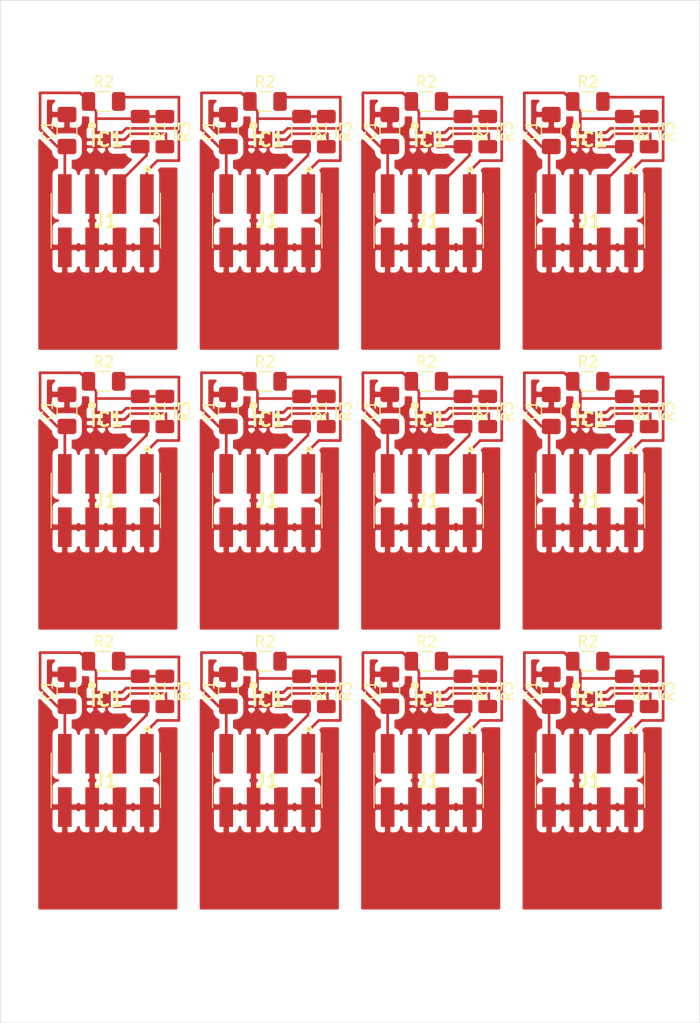
<source format=kicad_pcb>
(kicad_pcb (version 20171130) (host pcbnew "(5.1.6)-1")
  (layers (0 F.Cu signal) (31 B.Cu signal hide) (34 B.Paste user hide) (35 F.Paste user hide) (36 B.SilkS user hide) (37 F.SilkS user hide) (38 B.Mask user hide) (39 F.Mask user hide) (44 Edge.Cuts user))
  (net 0 "")
  (net 1 GND)
  (net 2 +3V3)
  (net 3 SDA)
  (net 4 SCL)
  (net 5 "Net-(IC1-Pad5)")
  (module SamacSys_Parts:TSM-104-YY-ZZZ-DV-P-TR (layer F.Cu) (at 139.81 132.475)
    (fp_text reference J1 (at 0 0) (layer F.SilkS) (effects (font (size 1.27 1.27) (thickness 0.254))))
    (fp_text value TSM-104-02-S-DV-P-TR hide)
    (pad 8 smd rect (at -3.81 2.475) (size 1.27 3.68) (layers F.Cu F.Paste F.Mask) (net 1 GND))
    (pad 7 smd rect (at -3.81 -2.475) (size 1.27 3.68) (layers F.Cu F.Paste F.Mask) (net 2 +3V3))
    (pad 6 smd rect (at -1.27 2.475) (size 1.27 3.68) (layers F.Cu F.Paste F.Mask) (net 1 GND))
    (pad 5 smd rect (at -1.27 -2.475) (size 1.27 3.68) (layers F.Cu F.Paste F.Mask) (net 1 GND))
    (pad 4 smd rect (at 1.27 2.475) (size 1.27 3.68) (layers F.Cu F.Paste F.Mask) (net 1 GND))
    (pad 3 smd rect (at 1.27 -2.475) (size 1.27 3.68) (layers F.Cu F.Paste F.Mask) (net 4 SCL))
    (pad 2 smd rect (at 3.81 2.475) (size 1.27 3.68) (layers F.Cu F.Paste F.Mask) (net 1 GND))
    (pad 1 smd rect (at 3.81 -2.475) (size 1.27 3.68) (layers F.Cu F.Paste F.Mask) (net 3 SDA))
  )
  (module Resistor_SMD:R_1206_3216Metric (layer F.Cu) (at 139.6 121.4)
    (fp_text reference R2 (at 0 -1.82) (layer F.SilkS))
    (fp_text value 10K)
    (pad 2 smd roundrect (at 1.4 0) (size 1.25 1.75) (layers F.Cu F.Paste F.Mask) (roundrect_rratio 0.2) (net 3 SDA))
    (pad 1 smd roundrect (at -1.4 0) (size 1.25 1.75) (layers F.Cu F.Paste F.Mask) (roundrect_rratio 0.2) (net 2 +3V3))
  )
  (module Resistor_SMD:R_1206_3216Metric (layer F.Cu) (at 143 124.2 270)
    (fp_text reference R1 (at 0 -1.82 90) (layer F.SilkS))
    (fp_text value 10K)
    (pad 2 smd roundrect (at 1.4 0 270) (size 1.25 1.75) (layers F.Cu F.Paste F.Mask) (roundrect_rratio 0.2) (net 4 SCL))
    (pad 1 smd roundrect (at -1.4 0 270) (size 1.25 1.75) (layers F.Cu F.Paste F.Mask) (roundrect_rratio 0.2) (net 2 +3V3))
  )
  (module SamacSys_Parts:SON65P200X200X65-7N-D (layer F.Cu) (at 139.9 124.95)
    (fp_text reference IC1 (at 0 0) (layer F.SilkS) (effects (font (size 1.27 1.27) (thickness 0.254))))
    (fp_text value OPT3002DNPT hide)
    (pad 7 smd rect (at 0 0) (size 0.75 1.45) (layers F.Cu F.Paste F.Mask) (net 1 GND))
    (pad 6 smd rect (at 1 -0.65 90) (size 0.3 0.75) (layers F.Cu F.Paste F.Mask) (net 3 SDA))
    (pad 5 smd rect (at 1 0 90) (size 0.3 0.75) (layers F.Cu F.Paste F.Mask) (net 5 "Net-(IC1-Pad5)"))
    (pad 4 smd rect (at 1 0.65 90) (size 0.3 0.75) (layers F.Cu F.Paste F.Mask) (net 4 SCL))
    (pad 3 smd rect (at -1 0.65 90) (size 0.3 0.75) (layers F.Cu F.Paste F.Mask) (net 1 GND))
    (pad 2 smd rect (at -1 0 90) (size 0.3 0.75) (layers F.Cu F.Paste F.Mask) (net 1 GND))
    (pad 1 smd rect (at -1 -0.65 90) (size 0.3 0.75) (layers F.Cu F.Paste F.Mask) (net 2 +3V3))
  )
  (module Resistor_SMD:R_1206_3216Metric (layer F.Cu) (at 154.6 121.4)
    (fp_text reference R2 (at 0 -1.82) (layer F.SilkS))
    (fp_text value 10K)
    (pad 1 smd roundrect (at -1.4 0) (size 1.25 1.75) (layers F.Cu F.Paste F.Mask) (roundrect_rratio 0.2) (net 2 +3V3))
    (pad 2 smd roundrect (at 1.4 0) (size 1.25 1.75) (layers F.Cu F.Paste F.Mask) (roundrect_rratio 0.2) (net 3 SDA))
  )
  (module Capacitor_SMD:C_1206_3216Metric_Pad1.42x1.75mm_HandSolder (layer F.Cu) (at 151.2 124.1 90)
    (fp_text reference C1 (at 0 -1.82 90) (layer F.SilkS))
    (fp_text value 100nF)
    (pad 1 smd roundrect (at -1.4875 0 90) (size 1.425 1.75) (layers F.Cu F.Paste F.Mask) (roundrect_rratio 0.175439) (net 2 +3V3))
    (pad 2 smd roundrect (at 1.4875 0 90) (size 1.425 1.75) (layers F.Cu F.Paste F.Mask) (roundrect_rratio 0.175439) (net 1 GND))
  )
  (module Resistor_SMD:R_1206_3216Metric (layer F.Cu) (at 169.6 121.4)
    (fp_text reference R2 (at 0 -1.82) (layer F.SilkS))
    (fp_text value 10K)
    (pad 2 smd roundrect (at 1.4 0) (size 1.25 1.75) (layers F.Cu F.Paste F.Mask) (roundrect_rratio 0.2) (net 3 SDA))
    (pad 1 smd roundrect (at -1.4 0) (size 1.25 1.75) (layers F.Cu F.Paste F.Mask) (roundrect_rratio 0.2) (net 2 +3V3))
  )
  (module Resistor_SMD:R_1206_3216Metric (layer F.Cu) (at 160.3 124.2 270)
    (fp_text reference R3 (at 0 -1.82 90) (layer F.SilkS))
    (fp_text value 10K)
    (pad 1 smd roundrect (at -1.4 0 270) (size 1.25 1.75) (layers F.Cu F.Paste F.Mask) (roundrect_rratio 0.2) (net 2 +3V3))
    (pad 2 smd roundrect (at 1.4 0 270) (size 1.25 1.75) (layers F.Cu F.Paste F.Mask) (roundrect_rratio 0.2) (net 5 "Net-(IC1-Pad5)"))
  )
  (module Capacitor_SMD:C_1206_3216Metric_Pad1.42x1.75mm_HandSolder (layer F.Cu) (at 181.2 124.1 90)
    (fp_text reference C1 (at 0 -1.82 90) (layer F.SilkS))
    (fp_text value 100nF)
    (pad 1 smd roundrect (at -1.4875 0 90) (size 1.425 1.75) (layers F.Cu F.Paste F.Mask) (roundrect_rratio 0.175439) (net 2 +3V3))
    (pad 2 smd roundrect (at 1.4875 0 90) (size 1.425 1.75) (layers F.Cu F.Paste F.Mask) (roundrect_rratio 0.175439) (net 1 GND))
  )
  (module Resistor_SMD:R_1206_3216Metric (layer F.Cu) (at 173 124.2 270)
    (fp_text reference R1 (at 0 -1.82 90) (layer F.SilkS))
    (fp_text value 10K)
    (pad 2 smd roundrect (at 1.4 0 270) (size 1.25 1.75) (layers F.Cu F.Paste F.Mask) (roundrect_rratio 0.2) (net 4 SCL))
    (pad 1 smd roundrect (at -1.4 0 270) (size 1.25 1.75) (layers F.Cu F.Paste F.Mask) (roundrect_rratio 0.2) (net 2 +3V3))
  )
  (module Resistor_SMD:R_1206_3216Metric (layer F.Cu) (at 188 124.2 270)
    (fp_text reference R1 (at 0 -1.82 90) (layer F.SilkS))
    (fp_text value 10K)
    (pad 1 smd roundrect (at -1.4 0 270) (size 1.25 1.75) (layers F.Cu F.Paste F.Mask) (roundrect_rratio 0.2) (net 2 +3V3))
    (pad 2 smd roundrect (at 1.4 0 270) (size 1.25 1.75) (layers F.Cu F.Paste F.Mask) (roundrect_rratio 0.2) (net 4 SCL))
  )
  (module SamacSys_Parts:SON65P200X200X65-7N-D (layer F.Cu) (at 184.9 124.95)
    (fp_text reference IC1 (at 0 0) (layer F.SilkS) (effects (font (size 1.27 1.27) (thickness 0.254))))
    (fp_text value OPT3002DNPT hide)
    (pad 1 smd rect (at -1 -0.65 90) (size 0.3 0.75) (layers F.Cu F.Paste F.Mask) (net 2 +3V3))
    (pad 2 smd rect (at -1 0 90) (size 0.3 0.75) (layers F.Cu F.Paste F.Mask) (net 1 GND))
    (pad 3 smd rect (at -1 0.65 90) (size 0.3 0.75) (layers F.Cu F.Paste F.Mask) (net 1 GND))
    (pad 4 smd rect (at 1 0.65 90) (size 0.3 0.75) (layers F.Cu F.Paste F.Mask) (net 4 SCL))
    (pad 5 smd rect (at 1 0 90) (size 0.3 0.75) (layers F.Cu F.Paste F.Mask) (net 5 "Net-(IC1-Pad5)"))
    (pad 6 smd rect (at 1 -0.65 90) (size 0.3 0.75) (layers F.Cu F.Paste F.Mask) (net 3 SDA))
    (pad 7 smd rect (at 0 0) (size 0.75 1.45) (layers F.Cu F.Paste F.Mask) (net 1 GND))
  )
  (module Resistor_SMD:R_1206_3216Metric (layer F.Cu) (at 190.3 124.2 270)
    (fp_text reference R3 (at 0 -1.82 90) (layer F.SilkS))
    (fp_text value 10K)
    (pad 1 smd roundrect (at -1.4 0 270) (size 1.25 1.75) (layers F.Cu F.Paste F.Mask) (roundrect_rratio 0.2) (net 2 +3V3))
    (pad 2 smd roundrect (at 1.4 0 270) (size 1.25 1.75) (layers F.Cu F.Paste F.Mask) (roundrect_rratio 0.2) (net 5 "Net-(IC1-Pad5)"))
  )
  (module SamacSys_Parts:TSM-104-YY-ZZZ-DV-P-TR (layer F.Cu) (at 184.81 132.475)
    (fp_text reference J1 (at 0 0) (layer F.SilkS) (effects (font (size 1.27 1.27) (thickness 0.254))))
    (fp_text value TSM-104-02-S-DV-P-TR hide)
    (pad 1 smd rect (at 3.81 -2.475) (size 1.27 3.68) (layers F.Cu F.Paste F.Mask) (net 3 SDA))
    (pad 2 smd rect (at 3.81 2.475) (size 1.27 3.68) (layers F.Cu F.Paste F.Mask) (net 1 GND))
    (pad 3 smd rect (at 1.27 -2.475) (size 1.27 3.68) (layers F.Cu F.Paste F.Mask) (net 4 SCL))
    (pad 4 smd rect (at 1.27 2.475) (size 1.27 3.68) (layers F.Cu F.Paste F.Mask) (net 1 GND))
    (pad 5 smd rect (at -1.27 -2.475) (size 1.27 3.68) (layers F.Cu F.Paste F.Mask) (net 1 GND))
    (pad 6 smd rect (at -1.27 2.475) (size 1.27 3.68) (layers F.Cu F.Paste F.Mask) (net 1 GND))
    (pad 7 smd rect (at -3.81 -2.475) (size 1.27 3.68) (layers F.Cu F.Paste F.Mask) (net 2 +3V3))
    (pad 8 smd rect (at -3.81 2.475) (size 1.27 3.68) (layers F.Cu F.Paste F.Mask) (net 1 GND))
  )
  (module SamacSys_Parts:TSM-104-YY-ZZZ-DV-P-TR (layer F.Cu) (at 154.81 132.475)
    (fp_text reference J1 (at 0 0) (layer F.SilkS) (effects (font (size 1.27 1.27) (thickness 0.254))))
    (fp_text value TSM-104-02-S-DV-P-TR hide)
    (pad 1 smd rect (at 3.81 -2.475) (size 1.27 3.68) (layers F.Cu F.Paste F.Mask) (net 3 SDA))
    (pad 2 smd rect (at 3.81 2.475) (size 1.27 3.68) (layers F.Cu F.Paste F.Mask) (net 1 GND))
    (pad 3 smd rect (at 1.27 -2.475) (size 1.27 3.68) (layers F.Cu F.Paste F.Mask) (net 4 SCL))
    (pad 4 smd rect (at 1.27 2.475) (size 1.27 3.68) (layers F.Cu F.Paste F.Mask) (net 1 GND))
    (pad 5 smd rect (at -1.27 -2.475) (size 1.27 3.68) (layers F.Cu F.Paste F.Mask) (net 1 GND))
    (pad 6 smd rect (at -1.27 2.475) (size 1.27 3.68) (layers F.Cu F.Paste F.Mask) (net 1 GND))
    (pad 7 smd rect (at -3.81 -2.475) (size 1.27 3.68) (layers F.Cu F.Paste F.Mask) (net 2 +3V3))
    (pad 8 smd rect (at -3.81 2.475) (size 1.27 3.68) (layers F.Cu F.Paste F.Mask) (net 1 GND))
  )
  (module Capacitor_SMD:C_1206_3216Metric_Pad1.42x1.75mm_HandSolder (layer F.Cu) (at 166.2 124.1 90)
    (fp_text reference C1 (at 0 -1.82 90) (layer F.SilkS))
    (fp_text value 100nF)
    (pad 2 smd roundrect (at 1.4875 0 90) (size 1.425 1.75) (layers F.Cu F.Paste F.Mask) (roundrect_rratio 0.175439) (net 1 GND))
    (pad 1 smd roundrect (at -1.4875 0 90) (size 1.425 1.75) (layers F.Cu F.Paste F.Mask) (roundrect_rratio 0.175439) (net 2 +3V3))
  )
  (module SamacSys_Parts:SON65P200X200X65-7N-D (layer F.Cu) (at 154.9 124.95)
    (fp_text reference IC1 (at 0 0) (layer F.SilkS) (effects (font (size 1.27 1.27) (thickness 0.254))))
    (fp_text value OPT3002DNPT hide)
    (pad 1 smd rect (at -1 -0.65 90) (size 0.3 0.75) (layers F.Cu F.Paste F.Mask) (net 2 +3V3))
    (pad 2 smd rect (at -1 0 90) (size 0.3 0.75) (layers F.Cu F.Paste F.Mask) (net 1 GND))
    (pad 3 smd rect (at -1 0.65 90) (size 0.3 0.75) (layers F.Cu F.Paste F.Mask) (net 1 GND))
    (pad 4 smd rect (at 1 0.65 90) (size 0.3 0.75) (layers F.Cu F.Paste F.Mask) (net 4 SCL))
    (pad 5 smd rect (at 1 0 90) (size 0.3 0.75) (layers F.Cu F.Paste F.Mask) (net 5 "Net-(IC1-Pad5)"))
    (pad 6 smd rect (at 1 -0.65 90) (size 0.3 0.75) (layers F.Cu F.Paste F.Mask) (net 3 SDA))
    (pad 7 smd rect (at 0 0) (size 0.75 1.45) (layers F.Cu F.Paste F.Mask) (net 1 GND))
  )
  (module Resistor_SMD:R_1206_3216Metric (layer F.Cu) (at 175.3 124.2 270)
    (fp_text reference R3 (at 0 -1.82 90) (layer F.SilkS))
    (fp_text value 10K)
    (pad 2 smd roundrect (at 1.4 0 270) (size 1.25 1.75) (layers F.Cu F.Paste F.Mask) (roundrect_rratio 0.2) (net 5 "Net-(IC1-Pad5)"))
    (pad 1 smd roundrect (at -1.4 0 270) (size 1.25 1.75) (layers F.Cu F.Paste F.Mask) (roundrect_rratio 0.2) (net 2 +3V3))
  )
  (module Capacitor_SMD:C_1206_3216Metric_Pad1.42x1.75mm_HandSolder (layer F.Cu) (at 136.2 124.1 90)
    (fp_text reference C1 (at 0 -1.82 90) (layer F.SilkS))
    (fp_text value 100nF)
    (pad 2 smd roundrect (at 1.4875 0 90) (size 1.425 1.75) (layers F.Cu F.Paste F.Mask) (roundrect_rratio 0.175439) (net 1 GND))
    (pad 1 smd roundrect (at -1.4875 0 90) (size 1.425 1.75) (layers F.Cu F.Paste F.Mask) (roundrect_rratio 0.175439) (net 2 +3V3))
  )
  (module Resistor_SMD:R_1206_3216Metric (layer F.Cu) (at 158 124.2 270)
    (fp_text reference R1 (at 0 -1.82 90) (layer F.SilkS))
    (fp_text value 10K)
    (pad 1 smd roundrect (at -1.4 0 270) (size 1.25 1.75) (layers F.Cu F.Paste F.Mask) (roundrect_rratio 0.2) (net 2 +3V3))
    (pad 2 smd roundrect (at 1.4 0 270) (size 1.25 1.75) (layers F.Cu F.Paste F.Mask) (roundrect_rratio 0.2) (net 4 SCL))
  )
  (module Resistor_SMD:R_1206_3216Metric (layer F.Cu) (at 145.3 124.2 270)
    (fp_text reference R3 (at 0 -1.82 90) (layer F.SilkS))
    (fp_text value 10K)
    (pad 2 smd roundrect (at 1.4 0 270) (size 1.25 1.75) (layers F.Cu F.Paste F.Mask) (roundrect_rratio 0.2) (net 5 "Net-(IC1-Pad5)"))
    (pad 1 smd roundrect (at -1.4 0 270) (size 1.25 1.75) (layers F.Cu F.Paste F.Mask) (roundrect_rratio 0.2) (net 2 +3V3))
  )
  (module Resistor_SMD:R_1206_3216Metric (layer F.Cu) (at 184.6 121.4)
    (fp_text reference R2 (at 0 -1.82) (layer F.SilkS))
    (fp_text value 10K)
    (pad 1 smd roundrect (at -1.4 0) (size 1.25 1.75) (layers F.Cu F.Paste F.Mask) (roundrect_rratio 0.2) (net 2 +3V3))
    (pad 2 smd roundrect (at 1.4 0) (size 1.25 1.75) (layers F.Cu F.Paste F.Mask) (roundrect_rratio 0.2) (net 3 SDA))
  )
  (module SamacSys_Parts:TSM-104-YY-ZZZ-DV-P-TR (layer F.Cu) (at 169.81 132.475)
    (fp_text reference J1 (at 0 0) (layer F.SilkS) (effects (font (size 1.27 1.27) (thickness 0.254))))
    (fp_text value TSM-104-02-S-DV-P-TR hide)
    (pad 8 smd rect (at -3.81 2.475) (size 1.27 3.68) (layers F.Cu F.Paste F.Mask) (net 1 GND))
    (pad 7 smd rect (at -3.81 -2.475) (size 1.27 3.68) (layers F.Cu F.Paste F.Mask) (net 2 +3V3))
    (pad 6 smd rect (at -1.27 2.475) (size 1.27 3.68) (layers F.Cu F.Paste F.Mask) (net 1 GND))
    (pad 5 smd rect (at -1.27 -2.475) (size 1.27 3.68) (layers F.Cu F.Paste F.Mask) (net 1 GND))
    (pad 4 smd rect (at 1.27 2.475) (size 1.27 3.68) (layers F.Cu F.Paste F.Mask) (net 1 GND))
    (pad 3 smd rect (at 1.27 -2.475) (size 1.27 3.68) (layers F.Cu F.Paste F.Mask) (net 4 SCL))
    (pad 2 smd rect (at 3.81 2.475) (size 1.27 3.68) (layers F.Cu F.Paste F.Mask) (net 1 GND))
    (pad 1 smd rect (at 3.81 -2.475) (size 1.27 3.68) (layers F.Cu F.Paste F.Mask) (net 3 SDA))
  )
  (module SamacSys_Parts:SON65P200X200X65-7N-D (layer F.Cu) (at 169.9 124.95)
    (fp_text reference IC1 (at 0 0) (layer F.SilkS) (effects (font (size 1.27 1.27) (thickness 0.254))))
    (fp_text value OPT3002DNPT hide)
    (pad 7 smd rect (at 0 0) (size 0.75 1.45) (layers F.Cu F.Paste F.Mask) (net 1 GND))
    (pad 6 smd rect (at 1 -0.65 90) (size 0.3 0.75) (layers F.Cu F.Paste F.Mask) (net 3 SDA))
    (pad 5 smd rect (at 1 0 90) (size 0.3 0.75) (layers F.Cu F.Paste F.Mask) (net 5 "Net-(IC1-Pad5)"))
    (pad 4 smd rect (at 1 0.65 90) (size 0.3 0.75) (layers F.Cu F.Paste F.Mask) (net 4 SCL))
    (pad 3 smd rect (at -1 0.65 90) (size 0.3 0.75) (layers F.Cu F.Paste F.Mask) (net 1 GND))
    (pad 2 smd rect (at -1 0 90) (size 0.3 0.75) (layers F.Cu F.Paste F.Mask) (net 1 GND))
    (pad 1 smd rect (at -1 -0.65 90) (size 0.3 0.75) (layers F.Cu F.Paste F.Mask) (net 2 +3V3))
  )
  (module SamacSys_Parts:TSM-104-YY-ZZZ-DV-P-TR (layer F.Cu) (at 139.81 106.475)
    (fp_text reference J1 (at 0 0) (layer F.SilkS) (effects (font (size 1.27 1.27) (thickness 0.254))))
    (fp_text value TSM-104-02-S-DV-P-TR hide)
    (pad 1 smd rect (at 3.81 -2.475) (size 1.27 3.68) (layers F.Cu F.Paste F.Mask) (net 3 SDA))
    (pad 2 smd rect (at 3.81 2.475) (size 1.27 3.68) (layers F.Cu F.Paste F.Mask) (net 1 GND))
    (pad 3 smd rect (at 1.27 -2.475) (size 1.27 3.68) (layers F.Cu F.Paste F.Mask) (net 4 SCL))
    (pad 4 smd rect (at 1.27 2.475) (size 1.27 3.68) (layers F.Cu F.Paste F.Mask) (net 1 GND))
    (pad 5 smd rect (at -1.27 -2.475) (size 1.27 3.68) (layers F.Cu F.Paste F.Mask) (net 1 GND))
    (pad 6 smd rect (at -1.27 2.475) (size 1.27 3.68) (layers F.Cu F.Paste F.Mask) (net 1 GND))
    (pad 7 smd rect (at -3.81 -2.475) (size 1.27 3.68) (layers F.Cu F.Paste F.Mask) (net 2 +3V3))
    (pad 8 smd rect (at -3.81 2.475) (size 1.27 3.68) (layers F.Cu F.Paste F.Mask) (net 1 GND))
  )
  (module Resistor_SMD:R_1206_3216Metric (layer F.Cu) (at 143 98.2 270)
    (fp_text reference R1 (at 0 -1.82 90) (layer F.SilkS))
    (fp_text value 10K)
    (pad 1 smd roundrect (at -1.4 0 270) (size 1.25 1.75) (layers F.Cu F.Paste F.Mask) (roundrect_rratio 0.2) (net 2 +3V3))
    (pad 2 smd roundrect (at 1.4 0 270) (size 1.25 1.75) (layers F.Cu F.Paste F.Mask) (roundrect_rratio 0.2) (net 4 SCL))
  )
  (module Resistor_SMD:R_1206_3216Metric (layer F.Cu) (at 139.6 95.4)
    (fp_text reference R2 (at 0 -1.82) (layer F.SilkS))
    (fp_text value 10K)
    (pad 1 smd roundrect (at -1.4 0) (size 1.25 1.75) (layers F.Cu F.Paste F.Mask) (roundrect_rratio 0.2) (net 2 +3V3))
    (pad 2 smd roundrect (at 1.4 0) (size 1.25 1.75) (layers F.Cu F.Paste F.Mask) (roundrect_rratio 0.2) (net 3 SDA))
  )
  (module SamacSys_Parts:SON65P200X200X65-7N-D (layer F.Cu) (at 139.9 98.95)
    (fp_text reference IC1 (at 0 0) (layer F.SilkS) (effects (font (size 1.27 1.27) (thickness 0.254))))
    (fp_text value OPT3002DNPT hide)
    (pad 1 smd rect (at -1 -0.65 90) (size 0.3 0.75) (layers F.Cu F.Paste F.Mask) (net 2 +3V3))
    (pad 2 smd rect (at -1 0 90) (size 0.3 0.75) (layers F.Cu F.Paste F.Mask) (net 1 GND))
    (pad 3 smd rect (at -1 0.65 90) (size 0.3 0.75) (layers F.Cu F.Paste F.Mask) (net 1 GND))
    (pad 4 smd rect (at 1 0.65 90) (size 0.3 0.75) (layers F.Cu F.Paste F.Mask) (net 4 SCL))
    (pad 5 smd rect (at 1 0 90) (size 0.3 0.75) (layers F.Cu F.Paste F.Mask) (net 5 "Net-(IC1-Pad5)"))
    (pad 6 smd rect (at 1 -0.65 90) (size 0.3 0.75) (layers F.Cu F.Paste F.Mask) (net 3 SDA))
    (pad 7 smd rect (at 0 0) (size 0.75 1.45) (layers F.Cu F.Paste F.Mask) (net 1 GND))
  )
  (module Capacitor_SMD:C_1206_3216Metric_Pad1.42x1.75mm_HandSolder (layer F.Cu) (at 166.2 98.1 90)
    (fp_text reference C1 (at 0 -1.82 90) (layer F.SilkS))
    (fp_text value 100nF)
    (pad 1 smd roundrect (at -1.4875 0 90) (size 1.425 1.75) (layers F.Cu F.Paste F.Mask) (roundrect_rratio 0.175439) (net 2 +3V3))
    (pad 2 smd roundrect (at 1.4875 0 90) (size 1.425 1.75) (layers F.Cu F.Paste F.Mask) (roundrect_rratio 0.175439) (net 1 GND))
  )
  (module Resistor_SMD:R_1206_3216Metric (layer F.Cu) (at 175.3 98.2 270)
    (fp_text reference R3 (at 0 -1.82 90) (layer F.SilkS))
    (fp_text value 10K)
    (pad 1 smd roundrect (at -1.4 0 270) (size 1.25 1.75) (layers F.Cu F.Paste F.Mask) (roundrect_rratio 0.2) (net 2 +3V3))
    (pad 2 smd roundrect (at 1.4 0 270) (size 1.25 1.75) (layers F.Cu F.Paste F.Mask) (roundrect_rratio 0.2) (net 5 "Net-(IC1-Pad5)"))
  )
  (module SamacSys_Parts:TSM-104-YY-ZZZ-DV-P-TR (layer F.Cu) (at 154.81 106.475)
    (fp_text reference J1 (at 0 0) (layer F.SilkS) (effects (font (size 1.27 1.27) (thickness 0.254))))
    (fp_text value TSM-104-02-S-DV-P-TR hide)
    (pad 8 smd rect (at -3.81 2.475) (size 1.27 3.68) (layers F.Cu F.Paste F.Mask) (net 1 GND))
    (pad 7 smd rect (at -3.81 -2.475) (size 1.27 3.68) (layers F.Cu F.Paste F.Mask) (net 2 +3V3))
    (pad 6 smd rect (at -1.27 2.475) (size 1.27 3.68) (layers F.Cu F.Paste F.Mask) (net 1 GND))
    (pad 5 smd rect (at -1.27 -2.475) (size 1.27 3.68) (layers F.Cu F.Paste F.Mask) (net 1 GND))
    (pad 4 smd rect (at 1.27 2.475) (size 1.27 3.68) (layers F.Cu F.Paste F.Mask) (net 1 GND))
    (pad 3 smd rect (at 1.27 -2.475) (size 1.27 3.68) (layers F.Cu F.Paste F.Mask) (net 4 SCL))
    (pad 2 smd rect (at 3.81 2.475) (size 1.27 3.68) (layers F.Cu F.Paste F.Mask) (net 1 GND))
    (pad 1 smd rect (at 3.81 -2.475) (size 1.27 3.68) (layers F.Cu F.Paste F.Mask) (net 3 SDA))
  )
  (module Capacitor_SMD:C_1206_3216Metric_Pad1.42x1.75mm_HandSolder (layer F.Cu) (at 136.2 98.1 90)
    (fp_text reference C1 (at 0 -1.82 90) (layer F.SilkS))
    (fp_text value 100nF)
    (pad 1 smd roundrect (at -1.4875 0 90) (size 1.425 1.75) (layers F.Cu F.Paste F.Mask) (roundrect_rratio 0.175439) (net 2 +3V3))
    (pad 2 smd roundrect (at 1.4875 0 90) (size 1.425 1.75) (layers F.Cu F.Paste F.Mask) (roundrect_rratio 0.175439) (net 1 GND))
  )
  (module SamacSys_Parts:SON65P200X200X65-7N-D (layer F.Cu) (at 154.9 98.95)
    (fp_text reference IC1 (at 0 0) (layer F.SilkS) (effects (font (size 1.27 1.27) (thickness 0.254))))
    (fp_text value OPT3002DNPT hide)
    (pad 7 smd rect (at 0 0) (size 0.75 1.45) (layers F.Cu F.Paste F.Mask) (net 1 GND))
    (pad 6 smd rect (at 1 -0.65 90) (size 0.3 0.75) (layers F.Cu F.Paste F.Mask) (net 3 SDA))
    (pad 5 smd rect (at 1 0 90) (size 0.3 0.75) (layers F.Cu F.Paste F.Mask) (net 5 "Net-(IC1-Pad5)"))
    (pad 4 smd rect (at 1 0.65 90) (size 0.3 0.75) (layers F.Cu F.Paste F.Mask) (net 4 SCL))
    (pad 3 smd rect (at -1 0.65 90) (size 0.3 0.75) (layers F.Cu F.Paste F.Mask) (net 1 GND))
    (pad 2 smd rect (at -1 0 90) (size 0.3 0.75) (layers F.Cu F.Paste F.Mask) (net 1 GND))
    (pad 1 smd rect (at -1 -0.65 90) (size 0.3 0.75) (layers F.Cu F.Paste F.Mask) (net 2 +3V3))
  )
  (module Resistor_SMD:R_1206_3216Metric (layer F.Cu) (at 145.3 98.2 270)
    (fp_text reference R3 (at 0 -1.82 90) (layer F.SilkS))
    (fp_text value 10K)
    (pad 1 smd roundrect (at -1.4 0 270) (size 1.25 1.75) (layers F.Cu F.Paste F.Mask) (roundrect_rratio 0.2) (net 2 +3V3))
    (pad 2 smd roundrect (at 1.4 0 270) (size 1.25 1.75) (layers F.Cu F.Paste F.Mask) (roundrect_rratio 0.2) (net 5 "Net-(IC1-Pad5)"))
  )
  (module Resistor_SMD:R_1206_3216Metric (layer F.Cu) (at 158 98.2 270)
    (fp_text reference R1 (at 0 -1.82 90) (layer F.SilkS))
    (fp_text value 10K)
    (pad 2 smd roundrect (at 1.4 0 270) (size 1.25 1.75) (layers F.Cu F.Paste F.Mask) (roundrect_rratio 0.2) (net 4 SCL))
    (pad 1 smd roundrect (at -1.4 0 270) (size 1.25 1.75) (layers F.Cu F.Paste F.Mask) (roundrect_rratio 0.2) (net 2 +3V3))
  )
  (module Resistor_SMD:R_1206_3216Metric (layer F.Cu) (at 154.6 95.4)
    (fp_text reference R2 (at 0 -1.82) (layer F.SilkS))
    (fp_text value 10K)
    (pad 2 smd roundrect (at 1.4 0) (size 1.25 1.75) (layers F.Cu F.Paste F.Mask) (roundrect_rratio 0.2) (net 3 SDA))
    (pad 1 smd roundrect (at -1.4 0) (size 1.25 1.75) (layers F.Cu F.Paste F.Mask) (roundrect_rratio 0.2) (net 2 +3V3))
  )
  (module Capacitor_SMD:C_1206_3216Metric_Pad1.42x1.75mm_HandSolder (layer F.Cu) (at 151.2 98.1 90)
    (fp_text reference C1 (at 0 -1.82 90) (layer F.SilkS))
    (fp_text value 100nF)
    (pad 2 smd roundrect (at 1.4875 0 90) (size 1.425 1.75) (layers F.Cu F.Paste F.Mask) (roundrect_rratio 0.175439) (net 1 GND))
    (pad 1 smd roundrect (at -1.4875 0 90) (size 1.425 1.75) (layers F.Cu F.Paste F.Mask) (roundrect_rratio 0.175439) (net 2 +3V3))
  )
  (module Resistor_SMD:R_1206_3216Metric (layer F.Cu) (at 160.3 98.2 270)
    (fp_text reference R3 (at 0 -1.82 90) (layer F.SilkS))
    (fp_text value 10K)
    (pad 2 smd roundrect (at 1.4 0 270) (size 1.25 1.75) (layers F.Cu F.Paste F.Mask) (roundrect_rratio 0.2) (net 5 "Net-(IC1-Pad5)"))
    (pad 1 smd roundrect (at -1.4 0 270) (size 1.25 1.75) (layers F.Cu F.Paste F.Mask) (roundrect_rratio 0.2) (net 2 +3V3))
  )
  (module Resistor_SMD:R_1206_3216Metric (layer F.Cu) (at 173 98.2 270)
    (fp_text reference R1 (at 0 -1.82 90) (layer F.SilkS))
    (fp_text value 10K)
    (pad 1 smd roundrect (at -1.4 0 270) (size 1.25 1.75) (layers F.Cu F.Paste F.Mask) (roundrect_rratio 0.2) (net 2 +3V3))
    (pad 2 smd roundrect (at 1.4 0 270) (size 1.25 1.75) (layers F.Cu F.Paste F.Mask) (roundrect_rratio 0.2) (net 4 SCL))
  )
  (module Resistor_SMD:R_1206_3216Metric (layer F.Cu) (at 188 98.2 270)
    (fp_text reference R1 (at 0 -1.82 90) (layer F.SilkS))
    (fp_text value 10K)
    (pad 2 smd roundrect (at 1.4 0 270) (size 1.25 1.75) (layers F.Cu F.Paste F.Mask) (roundrect_rratio 0.2) (net 4 SCL))
    (pad 1 smd roundrect (at -1.4 0 270) (size 1.25 1.75) (layers F.Cu F.Paste F.Mask) (roundrect_rratio 0.2) (net 2 +3V3))
  )
  (module Resistor_SMD:R_1206_3216Metric (layer F.Cu) (at 184.6 95.4)
    (fp_text reference R2 (at 0 -1.82) (layer F.SilkS))
    (fp_text value 10K)
    (pad 2 smd roundrect (at 1.4 0) (size 1.25 1.75) (layers F.Cu F.Paste F.Mask) (roundrect_rratio 0.2) (net 3 SDA))
    (pad 1 smd roundrect (at -1.4 0) (size 1.25 1.75) (layers F.Cu F.Paste F.Mask) (roundrect_rratio 0.2) (net 2 +3V3))
  )
  (module SamacSys_Parts:SON65P200X200X65-7N-D (layer F.Cu) (at 184.9 98.95)
    (fp_text reference IC1 (at 0 0) (layer F.SilkS) (effects (font (size 1.27 1.27) (thickness 0.254))))
    (fp_text value OPT3002DNPT hide)
    (pad 7 smd rect (at 0 0) (size 0.75 1.45) (layers F.Cu F.Paste F.Mask) (net 1 GND))
    (pad 6 smd rect (at 1 -0.65 90) (size 0.3 0.75) (layers F.Cu F.Paste F.Mask) (net 3 SDA))
    (pad 5 smd rect (at 1 0 90) (size 0.3 0.75) (layers F.Cu F.Paste F.Mask) (net 5 "Net-(IC1-Pad5)"))
    (pad 4 smd rect (at 1 0.65 90) (size 0.3 0.75) (layers F.Cu F.Paste F.Mask) (net 4 SCL))
    (pad 3 smd rect (at -1 0.65 90) (size 0.3 0.75) (layers F.Cu F.Paste F.Mask) (net 1 GND))
    (pad 2 smd rect (at -1 0 90) (size 0.3 0.75) (layers F.Cu F.Paste F.Mask) (net 1 GND))
    (pad 1 smd rect (at -1 -0.65 90) (size 0.3 0.75) (layers F.Cu F.Paste F.Mask) (net 2 +3V3))
  )
  (module Resistor_SMD:R_1206_3216Metric (layer F.Cu) (at 190.3 98.2 270)
    (fp_text reference R3 (at 0 -1.82 90) (layer F.SilkS))
    (fp_text value 10K)
    (pad 2 smd roundrect (at 1.4 0 270) (size 1.25 1.75) (layers F.Cu F.Paste F.Mask) (roundrect_rratio 0.2) (net 5 "Net-(IC1-Pad5)"))
    (pad 1 smd roundrect (at -1.4 0 270) (size 1.25 1.75) (layers F.Cu F.Paste F.Mask) (roundrect_rratio 0.2) (net 2 +3V3))
  )
  (module SamacSys_Parts:TSM-104-YY-ZZZ-DV-P-TR (layer F.Cu) (at 184.81 106.475)
    (fp_text reference J1 (at 0 0) (layer F.SilkS) (effects (font (size 1.27 1.27) (thickness 0.254))))
    (fp_text value TSM-104-02-S-DV-P-TR hide)
    (pad 8 smd rect (at -3.81 2.475) (size 1.27 3.68) (layers F.Cu F.Paste F.Mask) (net 1 GND))
    (pad 7 smd rect (at -3.81 -2.475) (size 1.27 3.68) (layers F.Cu F.Paste F.Mask) (net 2 +3V3))
    (pad 6 smd rect (at -1.27 2.475) (size 1.27 3.68) (layers F.Cu F.Paste F.Mask) (net 1 GND))
    (pad 5 smd rect (at -1.27 -2.475) (size 1.27 3.68) (layers F.Cu F.Paste F.Mask) (net 1 GND))
    (pad 4 smd rect (at 1.27 2.475) (size 1.27 3.68) (layers F.Cu F.Paste F.Mask) (net 1 GND))
    (pad 3 smd rect (at 1.27 -2.475) (size 1.27 3.68) (layers F.Cu F.Paste F.Mask) (net 4 SCL))
    (pad 2 smd rect (at 3.81 2.475) (size 1.27 3.68) (layers F.Cu F.Paste F.Mask) (net 1 GND))
    (pad 1 smd rect (at 3.81 -2.475) (size 1.27 3.68) (layers F.Cu F.Paste F.Mask) (net 3 SDA))
  )
  (module Resistor_SMD:R_1206_3216Metric (layer F.Cu) (at 169.6 95.4)
    (fp_text reference R2 (at 0 -1.82) (layer F.SilkS))
    (fp_text value 10K)
    (pad 1 smd roundrect (at -1.4 0) (size 1.25 1.75) (layers F.Cu F.Paste F.Mask) (roundrect_rratio 0.2) (net 2 +3V3))
    (pad 2 smd roundrect (at 1.4 0) (size 1.25 1.75) (layers F.Cu F.Paste F.Mask) (roundrect_rratio 0.2) (net 3 SDA))
  )
  (module Capacitor_SMD:C_1206_3216Metric_Pad1.42x1.75mm_HandSolder (layer F.Cu) (at 181.2 98.1 90)
    (fp_text reference C1 (at 0 -1.82 90) (layer F.SilkS))
    (fp_text value 100nF)
    (pad 2 smd roundrect (at 1.4875 0 90) (size 1.425 1.75) (layers F.Cu F.Paste F.Mask) (roundrect_rratio 0.175439) (net 1 GND))
    (pad 1 smd roundrect (at -1.4875 0 90) (size 1.425 1.75) (layers F.Cu F.Paste F.Mask) (roundrect_rratio 0.175439) (net 2 +3V3))
  )
  (module SamacSys_Parts:TSM-104-YY-ZZZ-DV-P-TR (layer F.Cu) (at 169.81 106.475)
    (fp_text reference J1 (at 0 0) (layer F.SilkS) (effects (font (size 1.27 1.27) (thickness 0.254))))
    (fp_text value TSM-104-02-S-DV-P-TR hide)
    (pad 1 smd rect (at 3.81 -2.475) (size 1.27 3.68) (layers F.Cu F.Paste F.Mask) (net 3 SDA))
    (pad 2 smd rect (at 3.81 2.475) (size 1.27 3.68) (layers F.Cu F.Paste F.Mask) (net 1 GND))
    (pad 3 smd rect (at 1.27 -2.475) (size 1.27 3.68) (layers F.Cu F.Paste F.Mask) (net 4 SCL))
    (pad 4 smd rect (at 1.27 2.475) (size 1.27 3.68) (layers F.Cu F.Paste F.Mask) (net 1 GND))
    (pad 5 smd rect (at -1.27 -2.475) (size 1.27 3.68) (layers F.Cu F.Paste F.Mask) (net 1 GND))
    (pad 6 smd rect (at -1.27 2.475) (size 1.27 3.68) (layers F.Cu F.Paste F.Mask) (net 1 GND))
    (pad 7 smd rect (at -3.81 -2.475) (size 1.27 3.68) (layers F.Cu F.Paste F.Mask) (net 2 +3V3))
    (pad 8 smd rect (at -3.81 2.475) (size 1.27 3.68) (layers F.Cu F.Paste F.Mask) (net 1 GND))
  )
  (module SamacSys_Parts:SON65P200X200X65-7N-D (layer F.Cu) (at 169.9 98.95)
    (fp_text reference IC1 (at 0 0) (layer F.SilkS) (effects (font (size 1.27 1.27) (thickness 0.254))))
    (fp_text value OPT3002DNPT hide)
    (pad 1 smd rect (at -1 -0.65 90) (size 0.3 0.75) (layers F.Cu F.Paste F.Mask) (net 2 +3V3))
    (pad 2 smd rect (at -1 0 90) (size 0.3 0.75) (layers F.Cu F.Paste F.Mask) (net 1 GND))
    (pad 3 smd rect (at -1 0.65 90) (size 0.3 0.75) (layers F.Cu F.Paste F.Mask) (net 1 GND))
    (pad 4 smd rect (at 1 0.65 90) (size 0.3 0.75) (layers F.Cu F.Paste F.Mask) (net 4 SCL))
    (pad 5 smd rect (at 1 0 90) (size 0.3 0.75) (layers F.Cu F.Paste F.Mask) (net 5 "Net-(IC1-Pad5)"))
    (pad 6 smd rect (at 1 -0.65 90) (size 0.3 0.75) (layers F.Cu F.Paste F.Mask) (net 3 SDA))
    (pad 7 smd rect (at 0 0) (size 0.75 1.45) (layers F.Cu F.Paste F.Mask) (net 1 GND))
  )
  (module Capacitor_SMD:C_1206_3216Metric_Pad1.42x1.75mm_HandSolder (layer F.Cu) (at 181.2 72.1 90)
    (fp_text reference C1 (at 0 -1.82 90) (layer F.SilkS))
    (fp_text value 100nF)
    (pad 1 smd roundrect (at -1.4875 0 90) (size 1.425 1.75) (layers F.Cu F.Paste F.Mask) (roundrect_rratio 0.175439) (net 2 +3V3))
    (pad 2 smd roundrect (at 1.4875 0 90) (size 1.425 1.75) (layers F.Cu F.Paste F.Mask) (roundrect_rratio 0.175439) (net 1 GND))
  )
  (module Resistor_SMD:R_1206_3216Metric (layer F.Cu) (at 190.3 72.2 270)
    (fp_text reference R3 (at 0 -1.82 90) (layer F.SilkS))
    (fp_text value 10K)
    (pad 1 smd roundrect (at -1.4 0 270) (size 1.25 1.75) (layers F.Cu F.Paste F.Mask) (roundrect_rratio 0.2) (net 2 +3V3))
    (pad 2 smd roundrect (at 1.4 0 270) (size 1.25 1.75) (layers F.Cu F.Paste F.Mask) (roundrect_rratio 0.2) (net 5 "Net-(IC1-Pad5)"))
  )
  (module Resistor_SMD:R_1206_3216Metric (layer F.Cu) (at 188 72.2 270)
    (fp_text reference R1 (at 0 -1.82 90) (layer F.SilkS))
    (fp_text value 10K)
    (pad 1 smd roundrect (at -1.4 0 270) (size 1.25 1.75) (layers F.Cu F.Paste F.Mask) (roundrect_rratio 0.2) (net 2 +3V3))
    (pad 2 smd roundrect (at 1.4 0 270) (size 1.25 1.75) (layers F.Cu F.Paste F.Mask) (roundrect_rratio 0.2) (net 4 SCL))
  )
  (module Resistor_SMD:R_1206_3216Metric (layer F.Cu) (at 184.6 69.4)
    (fp_text reference R2 (at 0 -1.82) (layer F.SilkS))
    (fp_text value 10K)
    (pad 1 smd roundrect (at -1.4 0) (size 1.25 1.75) (layers F.Cu F.Paste F.Mask) (roundrect_rratio 0.2) (net 2 +3V3))
    (pad 2 smd roundrect (at 1.4 0) (size 1.25 1.75) (layers F.Cu F.Paste F.Mask) (roundrect_rratio 0.2) (net 3 SDA))
  )
  (module SamacSys_Parts:TSM-104-YY-ZZZ-DV-P-TR (layer F.Cu) (at 184.81 80.475)
    (fp_text reference J1 (at 0 0) (layer F.SilkS) (effects (font (size 1.27 1.27) (thickness 0.254))))
    (fp_text value TSM-104-02-S-DV-P-TR hide)
    (pad 1 smd rect (at 3.81 -2.475) (size 1.27 3.68) (layers F.Cu F.Paste F.Mask) (net 3 SDA))
    (pad 2 smd rect (at 3.81 2.475) (size 1.27 3.68) (layers F.Cu F.Paste F.Mask) (net 1 GND))
    (pad 3 smd rect (at 1.27 -2.475) (size 1.27 3.68) (layers F.Cu F.Paste F.Mask) (net 4 SCL))
    (pad 4 smd rect (at 1.27 2.475) (size 1.27 3.68) (layers F.Cu F.Paste F.Mask) (net 1 GND))
    (pad 5 smd rect (at -1.27 -2.475) (size 1.27 3.68) (layers F.Cu F.Paste F.Mask) (net 1 GND))
    (pad 6 smd rect (at -1.27 2.475) (size 1.27 3.68) (layers F.Cu F.Paste F.Mask) (net 1 GND))
    (pad 7 smd rect (at -3.81 -2.475) (size 1.27 3.68) (layers F.Cu F.Paste F.Mask) (net 2 +3V3))
    (pad 8 smd rect (at -3.81 2.475) (size 1.27 3.68) (layers F.Cu F.Paste F.Mask) (net 1 GND))
  )
  (module SamacSys_Parts:SON65P200X200X65-7N-D (layer F.Cu) (at 184.9 72.95)
    (fp_text reference IC1 (at 0 0) (layer F.SilkS) (effects (font (size 1.27 1.27) (thickness 0.254))))
    (fp_text value OPT3002DNPT hide)
    (pad 1 smd rect (at -1 -0.65 90) (size 0.3 0.75) (layers F.Cu F.Paste F.Mask) (net 2 +3V3))
    (pad 2 smd rect (at -1 0 90) (size 0.3 0.75) (layers F.Cu F.Paste F.Mask) (net 1 GND))
    (pad 3 smd rect (at -1 0.65 90) (size 0.3 0.75) (layers F.Cu F.Paste F.Mask) (net 1 GND))
    (pad 4 smd rect (at 1 0.65 90) (size 0.3 0.75) (layers F.Cu F.Paste F.Mask) (net 4 SCL))
    (pad 5 smd rect (at 1 0 90) (size 0.3 0.75) (layers F.Cu F.Paste F.Mask) (net 5 "Net-(IC1-Pad5)"))
    (pad 6 smd rect (at 1 -0.65 90) (size 0.3 0.75) (layers F.Cu F.Paste F.Mask) (net 3 SDA))
    (pad 7 smd rect (at 0 0) (size 0.75 1.45) (layers F.Cu F.Paste F.Mask) (net 1 GND))
  )
  (module SamacSys_Parts:TSM-104-YY-ZZZ-DV-P-TR (layer F.Cu) (at 169.81 80.475)
    (fp_text reference J1 (at 0 0) (layer F.SilkS) (effects (font (size 1.27 1.27) (thickness 0.254))))
    (fp_text value TSM-104-02-S-DV-P-TR hide)
    (pad 8 smd rect (at -3.81 2.475) (size 1.27 3.68) (layers F.Cu F.Paste F.Mask) (net 1 GND))
    (pad 7 smd rect (at -3.81 -2.475) (size 1.27 3.68) (layers F.Cu F.Paste F.Mask) (net 2 +3V3))
    (pad 6 smd rect (at -1.27 2.475) (size 1.27 3.68) (layers F.Cu F.Paste F.Mask) (net 1 GND))
    (pad 5 smd rect (at -1.27 -2.475) (size 1.27 3.68) (layers F.Cu F.Paste F.Mask) (net 1 GND))
    (pad 4 smd rect (at 1.27 2.475) (size 1.27 3.68) (layers F.Cu F.Paste F.Mask) (net 1 GND))
    (pad 3 smd rect (at 1.27 -2.475) (size 1.27 3.68) (layers F.Cu F.Paste F.Mask) (net 4 SCL))
    (pad 2 smd rect (at 3.81 2.475) (size 1.27 3.68) (layers F.Cu F.Paste F.Mask) (net 1 GND))
    (pad 1 smd rect (at 3.81 -2.475) (size 1.27 3.68) (layers F.Cu F.Paste F.Mask) (net 3 SDA))
  )
  (module SamacSys_Parts:SON65P200X200X65-7N-D (layer F.Cu) (at 169.9 72.95)
    (fp_text reference IC1 (at 0 0) (layer F.SilkS) (effects (font (size 1.27 1.27) (thickness 0.254))))
    (fp_text value OPT3002DNPT hide)
    (pad 7 smd rect (at 0 0) (size 0.75 1.45) (layers F.Cu F.Paste F.Mask) (net 1 GND))
    (pad 6 smd rect (at 1 -0.65 90) (size 0.3 0.75) (layers F.Cu F.Paste F.Mask) (net 3 SDA))
    (pad 5 smd rect (at 1 0 90) (size 0.3 0.75) (layers F.Cu F.Paste F.Mask) (net 5 "Net-(IC1-Pad5)"))
    (pad 4 smd rect (at 1 0.65 90) (size 0.3 0.75) (layers F.Cu F.Paste F.Mask) (net 4 SCL))
    (pad 3 smd rect (at -1 0.65 90) (size 0.3 0.75) (layers F.Cu F.Paste F.Mask) (net 1 GND))
    (pad 2 smd rect (at -1 0 90) (size 0.3 0.75) (layers F.Cu F.Paste F.Mask) (net 1 GND))
    (pad 1 smd rect (at -1 -0.65 90) (size 0.3 0.75) (layers F.Cu F.Paste F.Mask) (net 2 +3V3))
  )
  (module Resistor_SMD:R_1206_3216Metric (layer F.Cu) (at 173 72.2 270)
    (fp_text reference R1 (at 0 -1.82 90) (layer F.SilkS))
    (fp_text value 10K)
    (pad 2 smd roundrect (at 1.4 0 270) (size 1.25 1.75) (layers F.Cu F.Paste F.Mask) (roundrect_rratio 0.2) (net 4 SCL))
    (pad 1 smd roundrect (at -1.4 0 270) (size 1.25 1.75) (layers F.Cu F.Paste F.Mask) (roundrect_rratio 0.2) (net 2 +3V3))
  )
  (module Resistor_SMD:R_1206_3216Metric (layer F.Cu) (at 169.6 69.4)
    (fp_text reference R2 (at 0 -1.82) (layer F.SilkS))
    (fp_text value 10K)
    (pad 2 smd roundrect (at 1.4 0) (size 1.25 1.75) (layers F.Cu F.Paste F.Mask) (roundrect_rratio 0.2) (net 3 SDA))
    (pad 1 smd roundrect (at -1.4 0) (size 1.25 1.75) (layers F.Cu F.Paste F.Mask) (roundrect_rratio 0.2) (net 2 +3V3))
  )
  (module Capacitor_SMD:C_1206_3216Metric_Pad1.42x1.75mm_HandSolder (layer F.Cu) (at 166.2 72.1 90)
    (fp_text reference C1 (at 0 -1.82 90) (layer F.SilkS))
    (fp_text value 100nF)
    (pad 2 smd roundrect (at 1.4875 0 90) (size 1.425 1.75) (layers F.Cu F.Paste F.Mask) (roundrect_rratio 0.175439) (net 1 GND))
    (pad 1 smd roundrect (at -1.4875 0 90) (size 1.425 1.75) (layers F.Cu F.Paste F.Mask) (roundrect_rratio 0.175439) (net 2 +3V3))
  )
  (module Resistor_SMD:R_1206_3216Metric (layer F.Cu) (at 175.3 72.2 270)
    (fp_text reference R3 (at 0 -1.82 90) (layer F.SilkS))
    (fp_text value 10K)
    (pad 2 smd roundrect (at 1.4 0 270) (size 1.25 1.75) (layers F.Cu F.Paste F.Mask) (roundrect_rratio 0.2) (net 5 "Net-(IC1-Pad5)"))
    (pad 1 smd roundrect (at -1.4 0 270) (size 1.25 1.75) (layers F.Cu F.Paste F.Mask) (roundrect_rratio 0.2) (net 2 +3V3))
  )
  (module SamacSys_Parts:TSM-104-YY-ZZZ-DV-P-TR (layer F.Cu) (at 154.81 80.475)
    (fp_text reference J1 (at 0 0) (layer F.SilkS) (effects (font (size 1.27 1.27) (thickness 0.254))))
    (fp_text value TSM-104-02-S-DV-P-TR hide)
    (pad 1 smd rect (at 3.81 -2.475) (size 1.27 3.68) (layers F.Cu F.Paste F.Mask) (net 3 SDA))
    (pad 2 smd rect (at 3.81 2.475) (size 1.27 3.68) (layers F.Cu F.Paste F.Mask) (net 1 GND))
    (pad 3 smd rect (at 1.27 -2.475) (size 1.27 3.68) (layers F.Cu F.Paste F.Mask) (net 4 SCL))
    (pad 4 smd rect (at 1.27 2.475) (size 1.27 3.68) (layers F.Cu F.Paste F.Mask) (net 1 GND))
    (pad 5 smd rect (at -1.27 -2.475) (size 1.27 3.68) (layers F.Cu F.Paste F.Mask) (net 1 GND))
    (pad 6 smd rect (at -1.27 2.475) (size 1.27 3.68) (layers F.Cu F.Paste F.Mask) (net 1 GND))
    (pad 7 smd rect (at -3.81 -2.475) (size 1.27 3.68) (layers F.Cu F.Paste F.Mask) (net 2 +3V3))
    (pad 8 smd rect (at -3.81 2.475) (size 1.27 3.68) (layers F.Cu F.Paste F.Mask) (net 1 GND))
  )
  (module Resistor_SMD:R_1206_3216Metric (layer F.Cu) (at 158 72.2 270)
    (fp_text reference R1 (at 0 -1.82 90) (layer F.SilkS))
    (fp_text value 10K)
    (pad 1 smd roundrect (at -1.4 0 270) (size 1.25 1.75) (layers F.Cu F.Paste F.Mask) (roundrect_rratio 0.2) (net 2 +3V3))
    (pad 2 smd roundrect (at 1.4 0 270) (size 1.25 1.75) (layers F.Cu F.Paste F.Mask) (roundrect_rratio 0.2) (net 4 SCL))
  )
  (module Resistor_SMD:R_1206_3216Metric (layer F.Cu) (at 154.6 69.4)
    (fp_text reference R2 (at 0 -1.82) (layer F.SilkS))
    (fp_text value 10K)
    (pad 1 smd roundrect (at -1.4 0) (size 1.25 1.75) (layers F.Cu F.Paste F.Mask) (roundrect_rratio 0.2) (net 2 +3V3))
    (pad 2 smd roundrect (at 1.4 0) (size 1.25 1.75) (layers F.Cu F.Paste F.Mask) (roundrect_rratio 0.2) (net 3 SDA))
  )
  (module SamacSys_Parts:SON65P200X200X65-7N-D (layer F.Cu) (at 154.9 72.95)
    (fp_text reference IC1 (at 0 0) (layer F.SilkS) (effects (font (size 1.27 1.27) (thickness 0.254))))
    (fp_text value OPT3002DNPT hide)
    (pad 1 smd rect (at -1 -0.65 90) (size 0.3 0.75) (layers F.Cu F.Paste F.Mask) (net 2 +3V3))
    (pad 2 smd rect (at -1 0 90) (size 0.3 0.75) (layers F.Cu F.Paste F.Mask) (net 1 GND))
    (pad 3 smd rect (at -1 0.65 90) (size 0.3 0.75) (layers F.Cu F.Paste F.Mask) (net 1 GND))
    (pad 4 smd rect (at 1 0.65 90) (size 0.3 0.75) (layers F.Cu F.Paste F.Mask) (net 4 SCL))
    (pad 5 smd rect (at 1 0 90) (size 0.3 0.75) (layers F.Cu F.Paste F.Mask) (net 5 "Net-(IC1-Pad5)"))
    (pad 6 smd rect (at 1 -0.65 90) (size 0.3 0.75) (layers F.Cu F.Paste F.Mask) (net 3 SDA))
    (pad 7 smd rect (at 0 0) (size 0.75 1.45) (layers F.Cu F.Paste F.Mask) (net 1 GND))
  )
  (module Capacitor_SMD:C_1206_3216Metric_Pad1.42x1.75mm_HandSolder (layer F.Cu) (at 151.2 72.1 90)
    (fp_text reference C1 (at 0 -1.82 90) (layer F.SilkS))
    (fp_text value 100nF)
    (pad 1 smd roundrect (at -1.4875 0 90) (size 1.425 1.75) (layers F.Cu F.Paste F.Mask) (roundrect_rratio 0.175439) (net 2 +3V3))
    (pad 2 smd roundrect (at 1.4875 0 90) (size 1.425 1.75) (layers F.Cu F.Paste F.Mask) (roundrect_rratio 0.175439) (net 1 GND))
  )
  (module Resistor_SMD:R_1206_3216Metric (layer F.Cu) (at 160.3 72.2 270)
    (fp_text reference R3 (at 0 -1.82 90) (layer F.SilkS))
    (fp_text value 10K)
    (pad 1 smd roundrect (at -1.4 0 270) (size 1.25 1.75) (layers F.Cu F.Paste F.Mask) (roundrect_rratio 0.2) (net 2 +3V3))
    (pad 2 smd roundrect (at 1.4 0 270) (size 1.25 1.75) (layers F.Cu F.Paste F.Mask) (roundrect_rratio 0.2) (net 5 "Net-(IC1-Pad5)"))
  )
  (module Resistor_SMD:R_1206_3216Metric (layer F.Cu) (at 143 72.2 270)
    (fp_text reference R1 (at 0 -1.82 90) (layer F.SilkS))
    (fp_text value 10K)
    (pad 2 smd roundrect (at 1.4 0 270) (size 1.25 1.75) (layers F.Cu F.Paste F.Mask) (roundrect_rratio 0.2) (net 4 SCL))
    (pad 1 smd roundrect (at -1.4 0 270) (size 1.25 1.75) (layers F.Cu F.Paste F.Mask) (roundrect_rratio 0.2) (net 2 +3V3))
  )
  (module SamacSys_Parts:TSM-104-YY-ZZZ-DV-P-TR (layer F.Cu) (at 139.81 80.475)
    (fp_text reference J1 (at 0 0) (layer F.SilkS) (effects (font (size 1.27 1.27) (thickness 0.254))))
    (fp_text value TSM-104-02-S-DV-P-TR hide)
    (pad 8 smd rect (at -3.81 2.475) (size 1.27 3.68) (layers F.Cu F.Paste F.Mask) (net 1 GND))
    (pad 7 smd rect (at -3.81 -2.475) (size 1.27 3.68) (layers F.Cu F.Paste F.Mask) (net 2 +3V3))
    (pad 6 smd rect (at -1.27 2.475) (size 1.27 3.68) (layers F.Cu F.Paste F.Mask) (net 1 GND))
    (pad 5 smd rect (at -1.27 -2.475) (size 1.27 3.68) (layers F.Cu F.Paste F.Mask) (net 1 GND))
    (pad 4 smd rect (at 1.27 2.475) (size 1.27 3.68) (layers F.Cu F.Paste F.Mask) (net 1 GND))
    (pad 3 smd rect (at 1.27 -2.475) (size 1.27 3.68) (layers F.Cu F.Paste F.Mask) (net 4 SCL))
    (pad 2 smd rect (at 3.81 2.475) (size 1.27 3.68) (layers F.Cu F.Paste F.Mask) (net 1 GND))
    (pad 1 smd rect (at 3.81 -2.475) (size 1.27 3.68) (layers F.Cu F.Paste F.Mask) (net 3 SDA))
  )
  (module SamacSys_Parts:SON65P200X200X65-7N-D (layer F.Cu) (at 139.9 72.95)
    (fp_text reference IC1 (at 0 0) (layer F.SilkS) (effects (font (size 1.27 1.27) (thickness 0.254))))
    (fp_text value OPT3002DNPT hide)
    (pad 7 smd rect (at 0 0) (size 0.75 1.45) (layers F.Cu F.Paste F.Mask) (net 1 GND))
    (pad 6 smd rect (at 1 -0.65 90) (size 0.3 0.75) (layers F.Cu F.Paste F.Mask) (net 3 SDA))
    (pad 5 smd rect (at 1 0 90) (size 0.3 0.75) (layers F.Cu F.Paste F.Mask) (net 5 "Net-(IC1-Pad5)"))
    (pad 4 smd rect (at 1 0.65 90) (size 0.3 0.75) (layers F.Cu F.Paste F.Mask) (net 4 SCL))
    (pad 3 smd rect (at -1 0.65 90) (size 0.3 0.75) (layers F.Cu F.Paste F.Mask) (net 1 GND))
    (pad 2 smd rect (at -1 0 90) (size 0.3 0.75) (layers F.Cu F.Paste F.Mask) (net 1 GND))
    (pad 1 smd rect (at -1 -0.65 90) (size 0.3 0.75) (layers F.Cu F.Paste F.Mask) (net 2 +3V3))
  )
  (module Resistor_SMD:R_1206_3216Metric (layer F.Cu) (at 145.3 72.2 270)
    (fp_text reference R3 (at 0 -1.82 90) (layer F.SilkS))
    (fp_text value 10K)
    (pad 2 smd roundrect (at 1.4 0 270) (size 1.25 1.75) (layers F.Cu F.Paste F.Mask) (roundrect_rratio 0.2) (net 5 "Net-(IC1-Pad5)"))
    (pad 1 smd roundrect (at -1.4 0 270) (size 1.25 1.75) (layers F.Cu F.Paste F.Mask) (roundrect_rratio 0.2) (net 2 +3V3))
  )
  (module Resistor_SMD:R_1206_3216Metric (layer F.Cu) (at 139.6 69.4)
    (fp_text reference R2 (at 0 -1.82) (layer F.SilkS))
    (fp_text value 10K)
    (pad 2 smd roundrect (at 1.4 0) (size 1.25 1.75) (layers F.Cu F.Paste F.Mask) (roundrect_rratio 0.2) (net 3 SDA))
    (pad 1 smd roundrect (at -1.4 0) (size 1.25 1.75) (layers F.Cu F.Paste F.Mask) (roundrect_rratio 0.2) (net 2 +3V3))
  )
  (module Capacitor_SMD:C_1206_3216Metric_Pad1.42x1.75mm_HandSolder (layer F.Cu) (at 136.2 72.1 90)
    (fp_text reference C1 (at 0 -1.82 90) (layer F.SilkS))
    (fp_text value 100nF)
    (pad 2 smd roundrect (at 1.4875 0 90) (size 1.425 1.75) (layers F.Cu F.Paste F.Mask) (roundrect_rratio 0.175439) (net 1 GND))
    (pad 1 smd roundrect (at -1.4875 0 90) (size 1.425 1.75) (layers F.Cu F.Paste F.Mask) (roundrect_rratio 0.175439) (net 2 +3V3))
  )
  (gr_line (start 130 155) (end 130 60) (layer Edge.Cuts) (width 0.05))
  (gr_line (start 195 155) (end 130 155) (layer Edge.Cuts) (width 0.05))
  (gr_line (start 195 60) (end 195 155) (layer Edge.Cuts) (width 0.05))
  (gr_line (start 130 60) (end 195 60) (layer Edge.Cuts) (width 0.05))
  (segment (start 136.5 70.9125) (end 136.2 70.6125) (width 0.25) (layer F.Cu) (net 1))
  (segment (start 139.95 72.95) (end 140 73) (width 0.25) (layer F.Cu) (net 1))
  (segment (start 139.9 72.95) (end 139.95 72.95) (width 0.25) (layer F.Cu) (net 1))
  (segment (start 138.9 73.9) (end 138.9 73.6) (width 0.25) (layer F.Cu) (net 1))
  (segment (start 139.9 74.9) (end 138.9 73.9) (width 0.25) (layer F.Cu) (net 1))
  (segment (start 138.9 72.95) (end 138.9 73.9) (width 0.25) (layer F.Cu) (net 1))
  (segment (start 138.9 73.9) (end 138.54 74.26) (width 0.25) (layer F.Cu) (net 1))
  (segment (start 138.9 73.6) (end 138.9 72.95) (width 0.25) (layer F.Cu) (net 1))
  (segment (start 138.9 73.6) (end 137.9 73.6) (width 0.25) (layer F.Cu) (net 1))
  (segment (start 137.9 73.6) (end 137.9 74.5) (width 0.25) (layer F.Cu) (net 1))
  (segment (start 138.54 74.26) (end 138.54 75.14) (width 0.25) (layer F.Cu) (net 1))
  (segment (start 138.54 75.14) (end 138.54 78) (width 0.25) (layer F.Cu) (net 1))
  (segment (start 138.9 72.95) (end 137.95 72.95) (width 0.25) (layer F.Cu) (net 1))
  (segment (start 137.95 72.95) (end 137.9 73) (width 0.25) (layer F.Cu) (net 1))
  (segment (start 137.9 74.5) (end 138.54 75.14) (width 0.25) (layer F.Cu) (net 1))
  (segment (start 137.9 73) (end 137.9 74.5) (width 0.25) (layer F.Cu) (net 1))
  (segment (start 139.9 72.95) (end 138.9 72.95) (width 0.25) (layer F.Cu) (net 1))
  (segment (start 138.9 73.6) (end 139.7 73.6) (width 0.25) (layer F.Cu) (net 1))
  (segment (start 139.9 72.95) (end 139.9 73.8) (width 0.25) (layer F.Cu) (net 1))
  (segment (start 139.9 73.8) (end 139.9 74.9) (width 0.25) (layer F.Cu) (net 1))
  (segment (start 153.9 72.95) (end 152.95 72.95) (width 0.25) (layer F.Cu) (net 1))
  (segment (start 154.9 73.8) (end 154.9 74.9) (width 0.25) (layer F.Cu) (net 1))
  (segment (start 153.9 73.6) (end 153.9 72.95) (width 0.25) (layer F.Cu) (net 1))
  (segment (start 153.54 74.26) (end 153.54 75.14) (width 0.25) (layer F.Cu) (net 1))
  (segment (start 152.95 72.95) (end 152.9 73) (width 0.25) (layer F.Cu) (net 1))
  (segment (start 153.54 75.14) (end 153.54 78) (width 0.25) (layer F.Cu) (net 1))
  (segment (start 153.9 73.9) (end 153.9 73.6) (width 0.25) (layer F.Cu) (net 1))
  (segment (start 153.9 73.6) (end 154.7 73.6) (width 0.25) (layer F.Cu) (net 1))
  (segment (start 153.9 72.95) (end 153.9 73.9) (width 0.25) (layer F.Cu) (net 1))
  (segment (start 154.95 72.95) (end 155 73) (width 0.25) (layer F.Cu) (net 1))
  (segment (start 152.9 74.5) (end 153.54 75.14) (width 0.25) (layer F.Cu) (net 1))
  (segment (start 152.9 73) (end 152.9 74.5) (width 0.25) (layer F.Cu) (net 1))
  (segment (start 154.9 72.95) (end 153.9 72.95) (width 0.25) (layer F.Cu) (net 1))
  (segment (start 152.9 73.6) (end 152.9 74.5) (width 0.25) (layer F.Cu) (net 1))
  (segment (start 154.9 72.95) (end 154.95 72.95) (width 0.25) (layer F.Cu) (net 1))
  (segment (start 154.9 74.9) (end 153.9 73.9) (width 0.25) (layer F.Cu) (net 1))
  (segment (start 153.9 73.6) (end 152.9 73.6) (width 0.25) (layer F.Cu) (net 1))
  (segment (start 154.9 72.95) (end 154.9 73.8) (width 0.25) (layer F.Cu) (net 1))
  (segment (start 153.9 73.9) (end 153.54 74.26) (width 0.25) (layer F.Cu) (net 1))
  (segment (start 151.5 70.9125) (end 151.2 70.6125) (width 0.25) (layer F.Cu) (net 1))
  (segment (start 168.54 74.26) (end 168.54 75.14) (width 0.25) (layer F.Cu) (net 1))
  (segment (start 168.9 73.9) (end 168.54 74.26) (width 0.25) (layer F.Cu) (net 1))
  (segment (start 168.9 73.6) (end 168.9 72.95) (width 0.25) (layer F.Cu) (net 1))
  (segment (start 167.95 72.95) (end 167.9 73) (width 0.25) (layer F.Cu) (net 1))
  (segment (start 168.54 75.14) (end 168.54 78) (width 0.25) (layer F.Cu) (net 1))
  (segment (start 168.9 73.9) (end 168.9 73.6) (width 0.25) (layer F.Cu) (net 1))
  (segment (start 168.9 72.95) (end 168.9 73.9) (width 0.25) (layer F.Cu) (net 1))
  (segment (start 169.9 72.95) (end 168.9 72.95) (width 0.25) (layer F.Cu) (net 1))
  (segment (start 168.9 73.6) (end 169.7 73.6) (width 0.25) (layer F.Cu) (net 1))
  (segment (start 167.9 73) (end 167.9 74.5) (width 0.25) (layer F.Cu) (net 1))
  (segment (start 168.9 72.95) (end 167.95 72.95) (width 0.25) (layer F.Cu) (net 1))
  (segment (start 169.9 73.8) (end 169.9 74.9) (width 0.25) (layer F.Cu) (net 1))
  (segment (start 167.9 73.6) (end 167.9 74.5) (width 0.25) (layer F.Cu) (net 1))
  (segment (start 168.9 73.6) (end 167.9 73.6) (width 0.25) (layer F.Cu) (net 1))
  (segment (start 169.9 72.95) (end 169.9 73.8) (width 0.25) (layer F.Cu) (net 1))
  (segment (start 169.95 72.95) (end 170 73) (width 0.25) (layer F.Cu) (net 1))
  (segment (start 167.9 74.5) (end 168.54 75.14) (width 0.25) (layer F.Cu) (net 1))
  (segment (start 169.9 74.9) (end 168.9 73.9) (width 0.25) (layer F.Cu) (net 1))
  (segment (start 169.9 72.95) (end 169.95 72.95) (width 0.25) (layer F.Cu) (net 1))
  (segment (start 166.5 70.9125) (end 166.2 70.6125) (width 0.25) (layer F.Cu) (net 1))
  (segment (start 183.9 73.9) (end 183.54 74.26) (width 0.25) (layer F.Cu) (net 1))
  (segment (start 183.9 73.6) (end 183.9 72.95) (width 0.25) (layer F.Cu) (net 1))
  (segment (start 182.95 72.95) (end 182.9 73) (width 0.25) (layer F.Cu) (net 1))
  (segment (start 183.54 74.26) (end 183.54 75.14) (width 0.25) (layer F.Cu) (net 1))
  (segment (start 183.9 73.9) (end 183.9 73.6) (width 0.25) (layer F.Cu) (net 1))
  (segment (start 182.9 73.6) (end 182.9 74.5) (width 0.25) (layer F.Cu) (net 1))
  (segment (start 183.9 73.6) (end 184.7 73.6) (width 0.25) (layer F.Cu) (net 1))
  (segment (start 182.9 73) (end 182.9 74.5) (width 0.25) (layer F.Cu) (net 1))
  (segment (start 182.9 74.5) (end 183.54 75.14) (width 0.25) (layer F.Cu) (net 1))
  (segment (start 184.9 72.95) (end 184.95 72.95) (width 0.25) (layer F.Cu) (net 1))
  (segment (start 184.9 72.95) (end 184.9 73.8) (width 0.25) (layer F.Cu) (net 1))
  (segment (start 181.5 70.9125) (end 181.2 70.6125) (width 0.25) (layer F.Cu) (net 1))
  (segment (start 184.95 72.95) (end 185 73) (width 0.25) (layer F.Cu) (net 1))
  (segment (start 183.9 72.95) (end 183.9 73.9) (width 0.25) (layer F.Cu) (net 1))
  (segment (start 183.54 75.14) (end 183.54 78) (width 0.25) (layer F.Cu) (net 1))
  (segment (start 184.9 72.95) (end 183.9 72.95) (width 0.25) (layer F.Cu) (net 1))
  (segment (start 184.9 73.8) (end 184.9 74.9) (width 0.25) (layer F.Cu) (net 1))
  (segment (start 183.9 72.95) (end 182.95 72.95) (width 0.25) (layer F.Cu) (net 1))
  (segment (start 183.9 73.6) (end 182.9 73.6) (width 0.25) (layer F.Cu) (net 1))
  (segment (start 184.9 74.9) (end 183.9 73.9) (width 0.25) (layer F.Cu) (net 1))
  (segment (start 138.9 98.95) (end 137.95 98.95) (width 0.25) (layer F.Cu) (net 1))
  (segment (start 139.9 99.8) (end 139.9 100.9) (width 0.25) (layer F.Cu) (net 1))
  (segment (start 138.9 99.6) (end 138.9 98.95) (width 0.25) (layer F.Cu) (net 1))
  (segment (start 138.54 100.26) (end 138.54 101.14) (width 0.25) (layer F.Cu) (net 1))
  (segment (start 137.95 98.95) (end 137.9 99) (width 0.25) (layer F.Cu) (net 1))
  (segment (start 138.54 101.14) (end 138.54 104) (width 0.25) (layer F.Cu) (net 1))
  (segment (start 138.9 99.9) (end 138.9 99.6) (width 0.25) (layer F.Cu) (net 1))
  (segment (start 138.9 99.6) (end 139.7 99.6) (width 0.25) (layer F.Cu) (net 1))
  (segment (start 138.9 98.95) (end 138.9 99.9) (width 0.25) (layer F.Cu) (net 1))
  (segment (start 139.95 98.95) (end 140 99) (width 0.25) (layer F.Cu) (net 1))
  (segment (start 137.9 100.5) (end 138.54 101.14) (width 0.25) (layer F.Cu) (net 1))
  (segment (start 137.9 99) (end 137.9 100.5) (width 0.25) (layer F.Cu) (net 1))
  (segment (start 139.9 98.95) (end 138.9 98.95) (width 0.25) (layer F.Cu) (net 1))
  (segment (start 137.9 99.6) (end 137.9 100.5) (width 0.25) (layer F.Cu) (net 1))
  (segment (start 139.9 98.95) (end 139.95 98.95) (width 0.25) (layer F.Cu) (net 1))
  (segment (start 139.9 100.9) (end 138.9 99.9) (width 0.25) (layer F.Cu) (net 1))
  (segment (start 138.9 99.6) (end 137.9 99.6) (width 0.25) (layer F.Cu) (net 1))
  (segment (start 139.9 98.95) (end 139.9 99.8) (width 0.25) (layer F.Cu) (net 1))
  (segment (start 138.9 99.9) (end 138.54 100.26) (width 0.25) (layer F.Cu) (net 1))
  (segment (start 153.54 100.26) (end 153.54 101.14) (width 0.25) (layer F.Cu) (net 1))
  (segment (start 153.9 99.9) (end 153.54 100.26) (width 0.25) (layer F.Cu) (net 1))
  (segment (start 153.9 99.6) (end 153.9 98.95) (width 0.25) (layer F.Cu) (net 1))
  (segment (start 152.95 98.95) (end 152.9 99) (width 0.25) (layer F.Cu) (net 1))
  (segment (start 153.54 101.14) (end 153.54 104) (width 0.25) (layer F.Cu) (net 1))
  (segment (start 153.9 99.9) (end 153.9 99.6) (width 0.25) (layer F.Cu) (net 1))
  (segment (start 153.9 98.95) (end 153.9 99.9) (width 0.25) (layer F.Cu) (net 1))
  (segment (start 154.9 98.95) (end 153.9 98.95) (width 0.25) (layer F.Cu) (net 1))
  (segment (start 153.9 99.6) (end 154.7 99.6) (width 0.25) (layer F.Cu) (net 1))
  (segment (start 152.9 99) (end 152.9 100.5) (width 0.25) (layer F.Cu) (net 1))
  (segment (start 153.9 98.95) (end 152.95 98.95) (width 0.25) (layer F.Cu) (net 1))
  (segment (start 154.9 99.8) (end 154.9 100.9) (width 0.25) (layer F.Cu) (net 1))
  (segment (start 152.9 99.6) (end 152.9 100.5) (width 0.25) (layer F.Cu) (net 1))
  (segment (start 153.9 99.6) (end 152.9 99.6) (width 0.25) (layer F.Cu) (net 1))
  (segment (start 154.9 98.95) (end 154.9 99.8) (width 0.25) (layer F.Cu) (net 1))
  (segment (start 154.95 98.95) (end 155 99) (width 0.25) (layer F.Cu) (net 1))
  (segment (start 152.9 100.5) (end 153.54 101.14) (width 0.25) (layer F.Cu) (net 1))
  (segment (start 154.9 100.9) (end 153.9 99.9) (width 0.25) (layer F.Cu) (net 1))
  (segment (start 154.9 98.95) (end 154.95 98.95) (width 0.25) (layer F.Cu) (net 1))
  (segment (start 151.5 96.9125) (end 151.2 96.6125) (width 0.25) (layer F.Cu) (net 1))
  (segment (start 168.9 99.9) (end 168.54 100.26) (width 0.25) (layer F.Cu) (net 1))
  (segment (start 168.9 99.6) (end 168.9 98.95) (width 0.25) (layer F.Cu) (net 1))
  (segment (start 167.95 98.95) (end 167.9 99) (width 0.25) (layer F.Cu) (net 1))
  (segment (start 168.54 100.26) (end 168.54 101.14) (width 0.25) (layer F.Cu) (net 1))
  (segment (start 168.9 99.9) (end 168.9 99.6) (width 0.25) (layer F.Cu) (net 1))
  (segment (start 167.9 99.6) (end 167.9 100.5) (width 0.25) (layer F.Cu) (net 1))
  (segment (start 168.9 99.6) (end 169.7 99.6) (width 0.25) (layer F.Cu) (net 1))
  (segment (start 167.9 99) (end 167.9 100.5) (width 0.25) (layer F.Cu) (net 1))
  (segment (start 167.9 100.5) (end 168.54 101.14) (width 0.25) (layer F.Cu) (net 1))
  (segment (start 169.9 98.95) (end 169.95 98.95) (width 0.25) (layer F.Cu) (net 1))
  (segment (start 169.9 98.95) (end 169.9 99.8) (width 0.25) (layer F.Cu) (net 1))
  (segment (start 166.5 96.9125) (end 166.2 96.6125) (width 0.25) (layer F.Cu) (net 1))
  (segment (start 169.95 98.95) (end 170 99) (width 0.25) (layer F.Cu) (net 1))
  (segment (start 168.9 98.95) (end 168.9 99.9) (width 0.25) (layer F.Cu) (net 1))
  (segment (start 168.54 101.14) (end 168.54 104) (width 0.25) (layer F.Cu) (net 1))
  (segment (start 169.9 98.95) (end 168.9 98.95) (width 0.25) (layer F.Cu) (net 1))
  (segment (start 169.9 99.8) (end 169.9 100.9) (width 0.25) (layer F.Cu) (net 1))
  (segment (start 168.9 98.95) (end 167.95 98.95) (width 0.25) (layer F.Cu) (net 1))
  (segment (start 168.9 99.6) (end 167.9 99.6) (width 0.25) (layer F.Cu) (net 1))
  (segment (start 169.9 100.9) (end 168.9 99.9) (width 0.25) (layer F.Cu) (net 1))
  (segment (start 136.5 96.9125) (end 136.2 96.6125) (width 0.25) (layer F.Cu) (net 1))
  (segment (start 183.9 98.95) (end 182.95 98.95) (width 0.25) (layer F.Cu) (net 1))
  (segment (start 183.9 99.6) (end 182.9 99.6) (width 0.25) (layer F.Cu) (net 1))
  (segment (start 184.9 99.8) (end 184.9 100.9) (width 0.25) (layer F.Cu) (net 1))
  (segment (start 184.9 100.9) (end 183.9 99.9) (width 0.25) (layer F.Cu) (net 1))
  (segment (start 182.9 100.5) (end 183.54 101.14) (width 0.25) (layer F.Cu) (net 1))
  (segment (start 182.9 99) (end 182.9 100.5) (width 0.25) (layer F.Cu) (net 1))
  (segment (start 183.9 99.6) (end 184.7 99.6) (width 0.25) (layer F.Cu) (net 1))
  (segment (start 182.9 99.6) (end 182.9 100.5) (width 0.25) (layer F.Cu) (net 1))
  (segment (start 183.9 99.9) (end 183.54 100.26) (width 0.25) (layer F.Cu) (net 1))
  (segment (start 183.9 99.9) (end 183.9 99.6) (width 0.25) (layer F.Cu) (net 1))
  (segment (start 183.54 100.26) (end 183.54 101.14) (width 0.25) (layer F.Cu) (net 1))
  (segment (start 182.95 98.95) (end 182.9 99) (width 0.25) (layer F.Cu) (net 1))
  (segment (start 183.9 99.6) (end 183.9 98.95) (width 0.25) (layer F.Cu) (net 1))
  (segment (start 183.9 98.95) (end 183.9 99.9) (width 0.25) (layer F.Cu) (net 1))
  (segment (start 181.5 96.9125) (end 181.2 96.6125) (width 0.25) (layer F.Cu) (net 1))
  (segment (start 184.95 98.95) (end 185 99) (width 0.25) (layer F.Cu) (net 1))
  (segment (start 183.54 101.14) (end 183.54 104) (width 0.25) (layer F.Cu) (net 1))
  (segment (start 184.9 98.95) (end 183.9 98.95) (width 0.25) (layer F.Cu) (net 1))
  (segment (start 184.9 98.95) (end 184.9 99.8) (width 0.25) (layer F.Cu) (net 1))
  (segment (start 184.9 98.95) (end 184.95 98.95) (width 0.25) (layer F.Cu) (net 1))
  (segment (start 153.9 124.95) (end 152.95 124.95) (width 0.25) (layer F.Cu) (net 1))
  (segment (start 154.9 125.8) (end 154.9 126.9) (width 0.25) (layer F.Cu) (net 1))
  (segment (start 152.9 125) (end 152.9 126.5) (width 0.25) (layer F.Cu) (net 1))
  (segment (start 152.9 125.6) (end 152.9 126.5) (width 0.25) (layer F.Cu) (net 1))
  (segment (start 153.9 124.95) (end 153.9 125.9) (width 0.25) (layer F.Cu) (net 1))
  (segment (start 153.9 125.6) (end 154.7 125.6) (width 0.25) (layer F.Cu) (net 1))
  (segment (start 154.9 124.95) (end 153.9 124.95) (width 0.25) (layer F.Cu) (net 1))
  (segment (start 184.9 124.95) (end 184.95 124.95) (width 0.25) (layer F.Cu) (net 1))
  (segment (start 169.95 124.95) (end 170 125) (width 0.25) (layer F.Cu) (net 1))
  (segment (start 169.9 124.95) (end 169.9 125.8) (width 0.25) (layer F.Cu) (net 1))
  (segment (start 168.9 124.95) (end 168.9 125.9) (width 0.25) (layer F.Cu) (net 1))
  (segment (start 166.5 122.9125) (end 166.2 122.6125) (width 0.25) (layer F.Cu) (net 1))
  (segment (start 184.9 124.95) (end 184.9 125.8) (width 0.25) (layer F.Cu) (net 1))
  (segment (start 181.5 122.9125) (end 181.2 122.6125) (width 0.25) (layer F.Cu) (net 1))
  (segment (start 182.9 125.6) (end 182.9 126.5) (width 0.25) (layer F.Cu) (net 1))
  (segment (start 184.95 124.95) (end 185 125) (width 0.25) (layer F.Cu) (net 1))
  (segment (start 183.9 124.95) (end 183.9 125.9) (width 0.25) (layer F.Cu) (net 1))
  (segment (start 183.9 125.6) (end 183.9 124.95) (width 0.25) (layer F.Cu) (net 1))
  (segment (start 183.9 125.9) (end 183.54 126.26) (width 0.25) (layer F.Cu) (net 1))
  (segment (start 183.9 125.6) (end 184.7 125.6) (width 0.25) (layer F.Cu) (net 1))
  (segment (start 183.9 125.9) (end 183.9 125.6) (width 0.25) (layer F.Cu) (net 1))
  (segment (start 183.54 126.26) (end 183.54 127.14) (width 0.25) (layer F.Cu) (net 1))
  (segment (start 182.9 126.5) (end 183.54 127.14) (width 0.25) (layer F.Cu) (net 1))
  (segment (start 183.54 127.14) (end 183.54 130) (width 0.25) (layer F.Cu) (net 1))
  (segment (start 182.95 124.95) (end 182.9 125) (width 0.25) (layer F.Cu) (net 1))
  (segment (start 182.9 125) (end 182.9 126.5) (width 0.25) (layer F.Cu) (net 1))
  (segment (start 184.9 124.95) (end 183.9 124.95) (width 0.25) (layer F.Cu) (net 1))
  (segment (start 168.9 125.6) (end 169.7 125.6) (width 0.25) (layer F.Cu) (net 1))
  (segment (start 167.9 125) (end 167.9 126.5) (width 0.25) (layer F.Cu) (net 1))
  (segment (start 139.9 125.8) (end 139.9 126.9) (width 0.25) (layer F.Cu) (net 1))
  (segment (start 138.54 126.26) (end 138.54 127.14) (width 0.25) (layer F.Cu) (net 1))
  (segment (start 137.95 124.95) (end 137.9 125) (width 0.25) (layer F.Cu) (net 1))
  (segment (start 138.9 124.95) (end 137.95 124.95) (width 0.25) (layer F.Cu) (net 1))
  (segment (start 138.9 125.6) (end 139.7 125.6) (width 0.25) (layer F.Cu) (net 1))
  (segment (start 138.9 125.9) (end 138.9 125.6) (width 0.25) (layer F.Cu) (net 1))
  (segment (start 138.54 127.14) (end 138.54 130) (width 0.25) (layer F.Cu) (net 1))
  (segment (start 138.9 125.6) (end 138.9 124.95) (width 0.25) (layer F.Cu) (net 1))
  (segment (start 153.9 125.6) (end 152.9 125.6) (width 0.25) (layer F.Cu) (net 1))
  (segment (start 154.9 124.95) (end 154.9 125.8) (width 0.25) (layer F.Cu) (net 1))
  (segment (start 154.9 126.9) (end 153.9 125.9) (width 0.25) (layer F.Cu) (net 1))
  (segment (start 154.9 124.95) (end 154.95 124.95) (width 0.25) (layer F.Cu) (net 1))
  (segment (start 154.95 124.95) (end 155 125) (width 0.25) (layer F.Cu) (net 1))
  (segment (start 152.9 126.5) (end 153.54 127.14) (width 0.25) (layer F.Cu) (net 1))
  (segment (start 167.9 126.5) (end 168.54 127.14) (width 0.25) (layer F.Cu) (net 1))
  (segment (start 169.9 124.95) (end 169.95 124.95) (width 0.25) (layer F.Cu) (net 1))
  (segment (start 168.9 125.9) (end 168.9 125.6) (width 0.25) (layer F.Cu) (net 1))
  (segment (start 167.95 124.95) (end 167.9 125) (width 0.25) (layer F.Cu) (net 1))
  (segment (start 168.54 126.26) (end 168.54 127.14) (width 0.25) (layer F.Cu) (net 1))
  (segment (start 151.5 122.9125) (end 151.2 122.6125) (width 0.25) (layer F.Cu) (net 1))
  (segment (start 168.9 125.9) (end 168.54 126.26) (width 0.25) (layer F.Cu) (net 1))
  (segment (start 168.9 125.6) (end 168.9 124.95) (width 0.25) (layer F.Cu) (net 1))
  (segment (start 153.9 125.6) (end 153.9 124.95) (width 0.25) (layer F.Cu) (net 1))
  (segment (start 153.9 125.9) (end 153.9 125.6) (width 0.25) (layer F.Cu) (net 1))
  (segment (start 152.95 124.95) (end 152.9 125) (width 0.25) (layer F.Cu) (net 1))
  (segment (start 153.9 125.9) (end 153.54 126.26) (width 0.25) (layer F.Cu) (net 1))
  (segment (start 153.54 127.14) (end 153.54 130) (width 0.25) (layer F.Cu) (net 1))
  (segment (start 168.9 125.6) (end 167.9 125.6) (width 0.25) (layer F.Cu) (net 1))
  (segment (start 168.9 124.95) (end 167.95 124.95) (width 0.25) (layer F.Cu) (net 1))
  (segment (start 169.9 124.95) (end 168.9 124.95) (width 0.25) (layer F.Cu) (net 1))
  (segment (start 169.9 125.8) (end 169.9 126.9) (width 0.25) (layer F.Cu) (net 1))
  (segment (start 169.9 126.9) (end 168.9 125.9) (width 0.25) (layer F.Cu) (net 1))
  (segment (start 168.54 127.14) (end 168.54 130) (width 0.25) (layer F.Cu) (net 1))
  (segment (start 136.5 122.9125) (end 136.2 122.6125) (width 0.25) (layer F.Cu) (net 1))
  (segment (start 184.9 125.8) (end 184.9 126.9) (width 0.25) (layer F.Cu) (net 1))
  (segment (start 184.9 126.9) (end 183.9 125.9) (width 0.25) (layer F.Cu) (net 1))
  (segment (start 183.9 125.6) (end 182.9 125.6) (width 0.25) (layer F.Cu) (net 1))
  (segment (start 183.9 124.95) (end 182.95 124.95) (width 0.25) (layer F.Cu) (net 1))
  (segment (start 167.9 125.6) (end 167.9 126.5) (width 0.25) (layer F.Cu) (net 1))
  (segment (start 137.9 125.6) (end 137.9 126.5) (width 0.25) (layer F.Cu) (net 1))
  (segment (start 138.9 125.6) (end 137.9 125.6) (width 0.25) (layer F.Cu) (net 1))
  (segment (start 139.9 124.95) (end 139.9 125.8) (width 0.25) (layer F.Cu) (net 1))
  (segment (start 137.9 125) (end 137.9 126.5) (width 0.25) (layer F.Cu) (net 1))
  (segment (start 139.9 124.95) (end 139.95 124.95) (width 0.25) (layer F.Cu) (net 1))
  (segment (start 153.54 126.26) (end 153.54 127.14) (width 0.25) (layer F.Cu) (net 1))
  (segment (start 139.9 126.9) (end 138.9 125.9) (width 0.25) (layer F.Cu) (net 1))
  (segment (start 138.9 125.9) (end 138.54 126.26) (width 0.25) (layer F.Cu) (net 1))
  (segment (start 139.95 124.95) (end 140 125) (width 0.25) (layer F.Cu) (net 1))
  (segment (start 137.9 126.5) (end 138.54 127.14) (width 0.25) (layer F.Cu) (net 1))
  (segment (start 139.9 124.95) (end 138.9 124.95) (width 0.25) (layer F.Cu) (net 1))
  (segment (start 138.9 124.95) (end 138.9 125.9) (width 0.25) (layer F.Cu) (net 1))
  (segment (start 136 73.9875) (end 136.4 73.5875) (width 0.25) (layer F.Cu) (net 2))
  (segment (start 136 78) (end 136 73.9875) (width 0.25) (layer F.Cu) (net 2))
  (segment (start 137.8 69) (end 138.2 69.4) (width 0.25) (layer F.Cu) (net 2))
  (segment (start 137.4 68.6) (end 138.2 69.4) (width 0.25) (layer F.Cu) (net 2))
  (segment (start 133.7 68.6) (end 137.4 68.6) (width 0.25) (layer F.Cu) (net 2))
  (segment (start 133.7 72) (end 133.7 68.6) (width 0.25) (layer F.Cu) (net 2))
  (segment (start 136.2 73.5875) (end 135.2875 73.5875) (width 0.25) (layer F.Cu) (net 2))
  (segment (start 135.2875 73.5875) (end 133.7 72) (width 0.25) (layer F.Cu) (net 2))
  (segment (start 143 70.8) (end 142.4 70.8) (width 0.25) (layer F.Cu) (net 2))
  (segment (start 145.3 70.8) (end 143 70.8) (width 0.25) (layer F.Cu) (net 2))
  (segment (start 138.2 69.4) (end 138.3 69.4) (width 0.25) (layer F.Cu) (net 2))
  (segment (start 142.4 71) (end 139.9 71) (width 0.25) (layer F.Cu) (net 2))
  (segment (start 139.9 71) (end 138.9 71) (width 0.25) (layer F.Cu) (net 2))
  (segment (start 138.9 72.3) (end 138.9 71) (width 0.25) (layer F.Cu) (net 2))
  (segment (start 138.2 69.6) (end 138.9 70.3) (width 0.25) (layer F.Cu) (net 2))
  (segment (start 138.2 69.4) (end 138.2 69.6) (width 0.25) (layer F.Cu) (net 2))
  (segment (start 138.9 71) (end 138.9 70.3) (width 0.25) (layer F.Cu) (net 2))
  (segment (start 151 73.9875) (end 151.4 73.5875) (width 0.25) (layer F.Cu) (net 2))
  (segment (start 151 78) (end 151 73.9875) (width 0.25) (layer F.Cu) (net 2))
  (segment (start 152.8 69) (end 153.2 69.4) (width 0.25) (layer F.Cu) (net 2))
  (segment (start 148.7 68.6) (end 152.4 68.6) (width 0.25) (layer F.Cu) (net 2))
  (segment (start 148.7 72) (end 148.7 68.6) (width 0.25) (layer F.Cu) (net 2))
  (segment (start 152.4 68.6) (end 153.2 69.4) (width 0.25) (layer F.Cu) (net 2))
  (segment (start 153.2 69.4) (end 153.2 69.6) (width 0.25) (layer F.Cu) (net 2))
  (segment (start 153.9 71) (end 153.9 70.3) (width 0.25) (layer F.Cu) (net 2))
  (segment (start 153.9 72.3) (end 153.9 71) (width 0.25) (layer F.Cu) (net 2))
  (segment (start 158 70.8) (end 157.4 70.8) (width 0.25) (layer F.Cu) (net 2))
  (segment (start 151.2 73.5875) (end 150.2875 73.5875) (width 0.25) (layer F.Cu) (net 2))
  (segment (start 160.3 70.8) (end 158 70.8) (width 0.25) (layer F.Cu) (net 2))
  (segment (start 150.2875 73.5875) (end 148.7 72) (width 0.25) (layer F.Cu) (net 2))
  (segment (start 153.2 69.4) (end 153.3 69.4) (width 0.25) (layer F.Cu) (net 2))
  (segment (start 157.4 71) (end 154.9 71) (width 0.25) (layer F.Cu) (net 2))
  (segment (start 154.9 71) (end 153.9 71) (width 0.25) (layer F.Cu) (net 2))
  (segment (start 153.2 69.6) (end 153.9 70.3) (width 0.25) (layer F.Cu) (net 2))
  (segment (start 163.7 68.6) (end 167.4 68.6) (width 0.25) (layer F.Cu) (net 2))
  (segment (start 168.2 69.4) (end 168.2 69.6) (width 0.25) (layer F.Cu) (net 2))
  (segment (start 168.9 71) (end 168.9 70.3) (width 0.25) (layer F.Cu) (net 2))
  (segment (start 168.9 72.3) (end 168.9 71) (width 0.25) (layer F.Cu) (net 2))
  (segment (start 173 70.8) (end 172.4 70.8) (width 0.25) (layer F.Cu) (net 2))
  (segment (start 166 73.9875) (end 166.4 73.5875) (width 0.25) (layer F.Cu) (net 2))
  (segment (start 163.7 72) (end 163.7 68.6) (width 0.25) (layer F.Cu) (net 2))
  (segment (start 167.8 69) (end 168.2 69.4) (width 0.25) (layer F.Cu) (net 2))
  (segment (start 166 78) (end 166 73.9875) (width 0.25) (layer F.Cu) (net 2))
  (segment (start 167.4 68.6) (end 168.2 69.4) (width 0.25) (layer F.Cu) (net 2))
  (segment (start 165.2875 73.5875) (end 163.7 72) (width 0.25) (layer F.Cu) (net 2))
  (segment (start 168.2 69.6) (end 168.9 70.3) (width 0.25) (layer F.Cu) (net 2))
  (segment (start 166.2 73.5875) (end 165.2875 73.5875) (width 0.25) (layer F.Cu) (net 2))
  (segment (start 175.3 70.8) (end 173 70.8) (width 0.25) (layer F.Cu) (net 2))
  (segment (start 172.4 71) (end 169.9 71) (width 0.25) (layer F.Cu) (net 2))
  (segment (start 169.9 71) (end 168.9 71) (width 0.25) (layer F.Cu) (net 2))
  (segment (start 168.2 69.4) (end 168.3 69.4) (width 0.25) (layer F.Cu) (net 2))
  (segment (start 183.2 69.4) (end 183.2 69.6) (width 0.25) (layer F.Cu) (net 2))
  (segment (start 183.9 71) (end 183.9 70.3) (width 0.25) (layer F.Cu) (net 2))
  (segment (start 178.7 68.6) (end 182.4 68.6) (width 0.25) (layer F.Cu) (net 2))
  (segment (start 178.7 72) (end 178.7 68.6) (width 0.25) (layer F.Cu) (net 2))
  (segment (start 182.4 68.6) (end 183.2 69.4) (width 0.25) (layer F.Cu) (net 2))
  (segment (start 188 70.8) (end 187.4 70.8) (width 0.25) (layer F.Cu) (net 2))
  (segment (start 182.8 69) (end 183.2 69.4) (width 0.25) (layer F.Cu) (net 2))
  (segment (start 180.2875 73.5875) (end 178.7 72) (width 0.25) (layer F.Cu) (net 2))
  (segment (start 190.3 70.8) (end 188 70.8) (width 0.25) (layer F.Cu) (net 2))
  (segment (start 187.4 71) (end 184.9 71) (width 0.25) (layer F.Cu) (net 2))
  (segment (start 181 78) (end 181 73.9875) (width 0.25) (layer F.Cu) (net 2))
  (segment (start 184.9 71) (end 183.9 71) (width 0.25) (layer F.Cu) (net 2))
  (segment (start 181.2 73.5875) (end 180.2875 73.5875) (width 0.25) (layer F.Cu) (net 2))
  (segment (start 181 73.9875) (end 181.4 73.5875) (width 0.25) (layer F.Cu) (net 2))
  (segment (start 183.2 69.6) (end 183.9 70.3) (width 0.25) (layer F.Cu) (net 2))
  (segment (start 183.2 69.4) (end 183.3 69.4) (width 0.25) (layer F.Cu) (net 2))
  (segment (start 183.9 72.3) (end 183.9 71) (width 0.25) (layer F.Cu) (net 2))
  (segment (start 136 99.9875) (end 136.4 99.5875) (width 0.25) (layer F.Cu) (net 2))
  (segment (start 136 104) (end 136 99.9875) (width 0.25) (layer F.Cu) (net 2))
  (segment (start 137.8 95) (end 138.2 95.4) (width 0.25) (layer F.Cu) (net 2))
  (segment (start 133.7 94.6) (end 137.4 94.6) (width 0.25) (layer F.Cu) (net 2))
  (segment (start 133.7 98) (end 133.7 94.6) (width 0.25) (layer F.Cu) (net 2))
  (segment (start 137.4 94.6) (end 138.2 95.4) (width 0.25) (layer F.Cu) (net 2))
  (segment (start 148.7 94.6) (end 152.4 94.6) (width 0.25) (layer F.Cu) (net 2))
  (segment (start 153.2 95.4) (end 153.2 95.6) (width 0.25) (layer F.Cu) (net 2))
  (segment (start 153.9 97) (end 153.9 96.3) (width 0.25) (layer F.Cu) (net 2))
  (segment (start 153.9 98.3) (end 153.9 97) (width 0.25) (layer F.Cu) (net 2))
  (segment (start 158 96.8) (end 157.4 96.8) (width 0.25) (layer F.Cu) (net 2))
  (segment (start 151 99.9875) (end 151.4 99.5875) (width 0.25) (layer F.Cu) (net 2))
  (segment (start 148.7 98) (end 148.7 94.6) (width 0.25) (layer F.Cu) (net 2))
  (segment (start 152.8 95) (end 153.2 95.4) (width 0.25) (layer F.Cu) (net 2))
  (segment (start 151 104) (end 151 99.9875) (width 0.25) (layer F.Cu) (net 2))
  (segment (start 152.4 94.6) (end 153.2 95.4) (width 0.25) (layer F.Cu) (net 2))
  (segment (start 138.2 95.4) (end 138.2 95.6) (width 0.25) (layer F.Cu) (net 2))
  (segment (start 138.9 97) (end 138.9 96.3) (width 0.25) (layer F.Cu) (net 2))
  (segment (start 138.9 98.3) (end 138.9 97) (width 0.25) (layer F.Cu) (net 2))
  (segment (start 143 96.8) (end 142.4 96.8) (width 0.25) (layer F.Cu) (net 2))
  (segment (start 136.2 99.5875) (end 135.2875 99.5875) (width 0.25) (layer F.Cu) (net 2))
  (segment (start 145.3 96.8) (end 143 96.8) (width 0.25) (layer F.Cu) (net 2))
  (segment (start 135.2875 99.5875) (end 133.7 98) (width 0.25) (layer F.Cu) (net 2))
  (segment (start 138.2 95.4) (end 138.3 95.4) (width 0.25) (layer F.Cu) (net 2))
  (segment (start 142.4 97) (end 139.9 97) (width 0.25) (layer F.Cu) (net 2))
  (segment (start 139.9 97) (end 138.9 97) (width 0.25) (layer F.Cu) (net 2))
  (segment (start 138.2 95.6) (end 138.9 96.3) (width 0.25) (layer F.Cu) (net 2))
  (segment (start 168.2 95.4) (end 168.2 95.6) (width 0.25) (layer F.Cu) (net 2))
  (segment (start 150.2875 99.5875) (end 148.7 98) (width 0.25) (layer F.Cu) (net 2))
  (segment (start 153.2 95.6) (end 153.9 96.3) (width 0.25) (layer F.Cu) (net 2))
  (segment (start 151.2 99.5875) (end 150.2875 99.5875) (width 0.25) (layer F.Cu) (net 2))
  (segment (start 160.3 96.8) (end 158 96.8) (width 0.25) (layer F.Cu) (net 2))
  (segment (start 157.4 97) (end 154.9 97) (width 0.25) (layer F.Cu) (net 2))
  (segment (start 154.9 97) (end 153.9 97) (width 0.25) (layer F.Cu) (net 2))
  (segment (start 168.9 97) (end 168.9 96.3) (width 0.25) (layer F.Cu) (net 2))
  (segment (start 153.2 95.4) (end 153.3 95.4) (width 0.25) (layer F.Cu) (net 2))
  (segment (start 163.7 94.6) (end 167.4 94.6) (width 0.25) (layer F.Cu) (net 2))
  (segment (start 163.7 98) (end 163.7 94.6) (width 0.25) (layer F.Cu) (net 2))
  (segment (start 167.4 94.6) (end 168.2 95.4) (width 0.25) (layer F.Cu) (net 2))
  (segment (start 173 96.8) (end 172.4 96.8) (width 0.25) (layer F.Cu) (net 2))
  (segment (start 167.8 95) (end 168.2 95.4) (width 0.25) (layer F.Cu) (net 2))
  (segment (start 165.2875 99.5875) (end 163.7 98) (width 0.25) (layer F.Cu) (net 2))
  (segment (start 175.3 96.8) (end 173 96.8) (width 0.25) (layer F.Cu) (net 2))
  (segment (start 172.4 97) (end 169.9 97) (width 0.25) (layer F.Cu) (net 2))
  (segment (start 166 104) (end 166 99.9875) (width 0.25) (layer F.Cu) (net 2))
  (segment (start 169.9 97) (end 168.9 97) (width 0.25) (layer F.Cu) (net 2))
  (segment (start 166.2 99.5875) (end 165.2875 99.5875) (width 0.25) (layer F.Cu) (net 2))
  (segment (start 166 99.9875) (end 166.4 99.5875) (width 0.25) (layer F.Cu) (net 2))
  (segment (start 168.2 95.6) (end 168.9 96.3) (width 0.25) (layer F.Cu) (net 2))
  (segment (start 168.2 95.4) (end 168.3 95.4) (width 0.25) (layer F.Cu) (net 2))
  (segment (start 168.9 98.3) (end 168.9 97) (width 0.25) (layer F.Cu) (net 2))
  (segment (start 188 96.8) (end 187.4 96.8) (width 0.25) (layer F.Cu) (net 2))
  (segment (start 180.2875 99.5875) (end 178.7 98) (width 0.25) (layer F.Cu) (net 2))
  (segment (start 181 104) (end 181 99.9875) (width 0.25) (layer F.Cu) (net 2))
  (segment (start 184.9 97) (end 183.9 97) (width 0.25) (layer F.Cu) (net 2))
  (segment (start 190.3 96.8) (end 188 96.8) (width 0.25) (layer F.Cu) (net 2))
  (segment (start 187.4 97) (end 184.9 97) (width 0.25) (layer F.Cu) (net 2))
  (segment (start 182.8 95) (end 183.2 95.4) (width 0.25) (layer F.Cu) (net 2))
  (segment (start 183.2 95.4) (end 183.2 95.6) (width 0.25) (layer F.Cu) (net 2))
  (segment (start 183.9 97) (end 183.9 96.3) (width 0.25) (layer F.Cu) (net 2))
  (segment (start 178.7 94.6) (end 182.4 94.6) (width 0.25) (layer F.Cu) (net 2))
  (segment (start 182.4 94.6) (end 183.2 95.4) (width 0.25) (layer F.Cu) (net 2))
  (segment (start 178.7 98) (end 178.7 94.6) (width 0.25) (layer F.Cu) (net 2))
  (segment (start 183.2 95.4) (end 183.3 95.4) (width 0.25) (layer F.Cu) (net 2))
  (segment (start 181 99.9875) (end 181.4 99.5875) (width 0.25) (layer F.Cu) (net 2))
  (segment (start 183.9 98.3) (end 183.9 97) (width 0.25) (layer F.Cu) (net 2))
  (segment (start 181.2 99.5875) (end 180.2875 99.5875) (width 0.25) (layer F.Cu) (net 2))
  (segment (start 183.2 95.6) (end 183.9 96.3) (width 0.25) (layer F.Cu) (net 2))
  (segment (start 152.8 121) (end 153.2 121.4) (width 0.25) (layer F.Cu) (net 2))
  (segment (start 151 125.9875) (end 151.4 125.5875) (width 0.25) (layer F.Cu) (net 2))
  (segment (start 148.7 124) (end 148.7 120.6) (width 0.25) (layer F.Cu) (net 2))
  (segment (start 158 122.8) (end 157.4 122.8) (width 0.25) (layer F.Cu) (net 2))
  (segment (start 138.2 121.6) (end 138.9 122.3) (width 0.25) (layer F.Cu) (net 2))
  (segment (start 139.9 123) (end 138.9 123) (width 0.25) (layer F.Cu) (net 2))
  (segment (start 168.9 124.3) (end 168.9 123) (width 0.25) (layer F.Cu) (net 2))
  (segment (start 168.2 121.4) (end 168.3 121.4) (width 0.25) (layer F.Cu) (net 2))
  (segment (start 168.2 121.6) (end 168.9 122.3) (width 0.25) (layer F.Cu) (net 2))
  (segment (start 135.2875 125.5875) (end 133.7 124) (width 0.25) (layer F.Cu) (net 2))
  (segment (start 142.4 123) (end 139.9 123) (width 0.25) (layer F.Cu) (net 2))
  (segment (start 138.2 121.4) (end 138.3 121.4) (width 0.25) (layer F.Cu) (net 2))
  (segment (start 145.3 122.8) (end 143 122.8) (width 0.25) (layer F.Cu) (net 2))
  (segment (start 190.3 122.8) (end 188 122.8) (width 0.25) (layer F.Cu) (net 2))
  (segment (start 183.9 123) (end 183.9 122.3) (width 0.25) (layer F.Cu) (net 2))
  (segment (start 183.2 121.4) (end 183.2 121.6) (width 0.25) (layer F.Cu) (net 2))
  (segment (start 182.4 120.6) (end 183.2 121.4) (width 0.25) (layer F.Cu) (net 2))
  (segment (start 178.7 120.6) (end 182.4 120.6) (width 0.25) (layer F.Cu) (net 2))
  (segment (start 187.4 123) (end 184.9 123) (width 0.25) (layer F.Cu) (net 2))
  (segment (start 181.2 125.5875) (end 180.2875 125.5875) (width 0.25) (layer F.Cu) (net 2))
  (segment (start 183.2 121.6) (end 183.9 122.3) (width 0.25) (layer F.Cu) (net 2))
  (segment (start 178.7 124) (end 178.7 120.6) (width 0.25) (layer F.Cu) (net 2))
  (segment (start 183.2 121.4) (end 183.3 121.4) (width 0.25) (layer F.Cu) (net 2))
  (segment (start 183.9 124.3) (end 183.9 123) (width 0.25) (layer F.Cu) (net 2))
  (segment (start 181 125.9875) (end 181.4 125.5875) (width 0.25) (layer F.Cu) (net 2))
  (segment (start 182.8 121) (end 183.2 121.4) (width 0.25) (layer F.Cu) (net 2))
  (segment (start 166 130) (end 166 125.9875) (width 0.25) (layer F.Cu) (net 2))
  (segment (start 169.9 123) (end 168.9 123) (width 0.25) (layer F.Cu) (net 2))
  (segment (start 172.4 123) (end 169.9 123) (width 0.25) (layer F.Cu) (net 2))
  (segment (start 175.3 122.8) (end 173 122.8) (width 0.25) (layer F.Cu) (net 2))
  (segment (start 160.3 122.8) (end 158 122.8) (width 0.25) (layer F.Cu) (net 2))
  (segment (start 150.2875 125.5875) (end 148.7 124) (width 0.25) (layer F.Cu) (net 2))
  (segment (start 153.2 121.6) (end 153.9 122.3) (width 0.25) (layer F.Cu) (net 2))
  (segment (start 151.2 125.5875) (end 150.2875 125.5875) (width 0.25) (layer F.Cu) (net 2))
  (segment (start 136 125.9875) (end 136.4 125.5875) (width 0.25) (layer F.Cu) (net 2))
  (segment (start 136 130) (end 136 125.9875) (width 0.25) (layer F.Cu) (net 2))
  (segment (start 137.8 121) (end 138.2 121.4) (width 0.25) (layer F.Cu) (net 2))
  (segment (start 133.7 124) (end 133.7 120.6) (width 0.25) (layer F.Cu) (net 2))
  (segment (start 133.7 120.6) (end 137.4 120.6) (width 0.25) (layer F.Cu) (net 2))
  (segment (start 138.2 121.4) (end 138.2 121.6) (width 0.25) (layer F.Cu) (net 2))
  (segment (start 138.9 123) (end 138.9 122.3) (width 0.25) (layer F.Cu) (net 2))
  (segment (start 152.4 120.6) (end 153.2 121.4) (width 0.25) (layer F.Cu) (net 2))
  (segment (start 151 130) (end 151 125.9875) (width 0.25) (layer F.Cu) (net 2))
  (segment (start 166.2 125.5875) (end 165.2875 125.5875) (width 0.25) (layer F.Cu) (net 2))
  (segment (start 166 125.9875) (end 166.4 125.5875) (width 0.25) (layer F.Cu) (net 2))
  (segment (start 168.9 123) (end 168.9 122.3) (width 0.25) (layer F.Cu) (net 2))
  (segment (start 163.7 124) (end 163.7 120.6) (width 0.25) (layer F.Cu) (net 2))
  (segment (start 163.7 120.6) (end 167.4 120.6) (width 0.25) (layer F.Cu) (net 2))
  (segment (start 167.4 120.6) (end 168.2 121.4) (width 0.25) (layer F.Cu) (net 2))
  (segment (start 153.2 121.4) (end 153.3 121.4) (width 0.25) (layer F.Cu) (net 2))
  (segment (start 154.9 123) (end 153.9 123) (width 0.25) (layer F.Cu) (net 2))
  (segment (start 157.4 123) (end 154.9 123) (width 0.25) (layer F.Cu) (net 2))
  (segment (start 153.9 124.3) (end 153.9 123) (width 0.25) (layer F.Cu) (net 2))
  (segment (start 153.2 121.4) (end 153.2 121.6) (width 0.25) (layer F.Cu) (net 2))
  (segment (start 153.9 123) (end 153.9 122.3) (width 0.25) (layer F.Cu) (net 2))
  (segment (start 148.7 120.6) (end 152.4 120.6) (width 0.25) (layer F.Cu) (net 2))
  (segment (start 181 130) (end 181 125.9875) (width 0.25) (layer F.Cu) (net 2))
  (segment (start 188 122.8) (end 187.4 122.8) (width 0.25) (layer F.Cu) (net 2))
  (segment (start 184.9 123) (end 183.9 123) (width 0.25) (layer F.Cu) (net 2))
  (segment (start 180.2875 125.5875) (end 178.7 124) (width 0.25) (layer F.Cu) (net 2))
  (segment (start 167.8 121) (end 168.2 121.4) (width 0.25) (layer F.Cu) (net 2))
  (segment (start 173 122.8) (end 172.4 122.8) (width 0.25) (layer F.Cu) (net 2))
  (segment (start 165.2875 125.5875) (end 163.7 124) (width 0.25) (layer F.Cu) (net 2))
  (segment (start 138.9 124.3) (end 138.9 123) (width 0.25) (layer F.Cu) (net 2))
  (segment (start 136.2 125.5875) (end 135.2875 125.5875) (width 0.25) (layer F.Cu) (net 2))
  (segment (start 143 122.8) (end 142.4 122.8) (width 0.25) (layer F.Cu) (net 2))
  (segment (start 137.4 120.6) (end 138.2 121.4) (width 0.25) (layer F.Cu) (net 2))
  (segment (start 168.2 121.4) (end 168.2 121.6) (width 0.25) (layer F.Cu) (net 2))
  (segment (start 143.6 77.98) (end 143.62 78) (width 0.25) (layer F.Cu) (net 3))
  (segment (start 143.62 77.02) (end 143.62 78) (width 0.25) (layer F.Cu) (net 3))
  (segment (start 143.6 78.02) (end 143.62 78) (width 0.25) (layer F.Cu) (net 3))
  (segment (start 141.1 69.8) (end 141.2 69.8) (width 0.25) (layer F.Cu) (net 3))
  (segment (start 146.6 69) (end 146.6 70.2) (width 0.25) (layer F.Cu) (net 3))
  (segment (start 146.6 70.2) (end 146.6 71.8) (width 0.25) (layer F.Cu) (net 3))
  (segment (start 146.6 71.8) (end 146.6 72.3) (width 0.25) (layer F.Cu) (net 3))
  (segment (start 142.2 69) (end 141.4 69) (width 0.25) (layer F.Cu) (net 3))
  (segment (start 142.2 69) (end 146.6 69) (width 0.25) (layer F.Cu) (net 3))
  (segment (start 141.4 69) (end 141 69.4) (width 0.25) (layer F.Cu) (net 3))
  (segment (start 142 69) (end 142.2 69) (width 0.25) (layer F.Cu) (net 3))
  (segment (start 140.9 72.3) (end 141.3 72.3) (width 0.25) (layer F.Cu) (net 3))
  (segment (start 141.3 72.3) (end 141.7 71.9) (width 0.25) (layer F.Cu) (net 3))
  (segment (start 146.5 71.9) (end 146.6 71.8) (width 0.25) (layer F.Cu) (net 3))
  (segment (start 141.7 71.9) (end 146.5 71.9) (width 0.25) (layer F.Cu) (net 3))
  (segment (start 146.6 72.3) (end 146.6 74.6) (width 0.25) (layer F.Cu) (net 3))
  (segment (start 143.62 78) (end 143.62 76.78) (width 0.25) (layer F.Cu) (net 3))
  (segment (start 146.6 74.6) (end 146.6 74.8) (width 0.25) (layer F.Cu) (net 3))
  (segment (start 143.62 75.88) (end 143.62 78) (width 0.25) (layer F.Cu) (net 3))
  (segment (start 146.6 74.48) (end 146.6 74.9) (width 0.25) (layer F.Cu) (net 3))
  (segment (start 144.6 74.9) (end 143.62 75.88) (width 0.25) (layer F.Cu) (net 3))
  (segment (start 146.6 74.9) (end 144.6 74.9) (width 0.25) (layer F.Cu) (net 3))
  (segment (start 157.2 69) (end 156.4 69) (width 0.25) (layer F.Cu) (net 3))
  (segment (start 161.6 74.9) (end 159.6 74.9) (width 0.25) (layer F.Cu) (net 3))
  (segment (start 156.1 69.8) (end 156.2 69.8) (width 0.25) (layer F.Cu) (net 3))
  (segment (start 161.6 74.6) (end 161.6 74.8) (width 0.25) (layer F.Cu) (net 3))
  (segment (start 158.6 77.98) (end 158.62 78) (width 0.25) (layer F.Cu) (net 3))
  (segment (start 161.6 71.8) (end 161.6 72.3) (width 0.25) (layer F.Cu) (net 3))
  (segment (start 158.62 75.88) (end 158.62 78) (width 0.25) (layer F.Cu) (net 3))
  (segment (start 161.6 70.2) (end 161.6 71.8) (width 0.25) (layer F.Cu) (net 3))
  (segment (start 157.2 69) (end 161.6 69) (width 0.25) (layer F.Cu) (net 3))
  (segment (start 155.9 72.3) (end 156.3 72.3) (width 0.25) (layer F.Cu) (net 3))
  (segment (start 156.3 72.3) (end 156.7 71.9) (width 0.25) (layer F.Cu) (net 3))
  (segment (start 161.5 71.9) (end 161.6 71.8) (width 0.25) (layer F.Cu) (net 3))
  (segment (start 156.4 69) (end 156 69.4) (width 0.25) (layer F.Cu) (net 3))
  (segment (start 158.6 78.02) (end 158.62 78) (width 0.25) (layer F.Cu) (net 3))
  (segment (start 156.7 71.9) (end 161.5 71.9) (width 0.25) (layer F.Cu) (net 3))
  (segment (start 159.6 74.9) (end 158.62 75.88) (width 0.25) (layer F.Cu) (net 3))
  (segment (start 157 69) (end 157.2 69) (width 0.25) (layer F.Cu) (net 3))
  (segment (start 161.6 72.3) (end 161.6 74.6) (width 0.25) (layer F.Cu) (net 3))
  (segment (start 161.6 74.48) (end 161.6 74.9) (width 0.25) (layer F.Cu) (net 3))
  (segment (start 158.62 77.02) (end 158.62 78) (width 0.25) (layer F.Cu) (net 3))
  (segment (start 161.6 69) (end 161.6 70.2) (width 0.25) (layer F.Cu) (net 3))
  (segment (start 158.62 78) (end 158.62 76.78) (width 0.25) (layer F.Cu) (net 3))
  (segment (start 172.2 69) (end 171.4 69) (width 0.25) (layer F.Cu) (net 3))
  (segment (start 176.6 74.9) (end 174.6 74.9) (width 0.25) (layer F.Cu) (net 3))
  (segment (start 171.1 69.8) (end 171.2 69.8) (width 0.25) (layer F.Cu) (net 3))
  (segment (start 176.6 74.6) (end 176.6 74.8) (width 0.25) (layer F.Cu) (net 3))
  (segment (start 173.6 77.98) (end 173.62 78) (width 0.25) (layer F.Cu) (net 3))
  (segment (start 176.6 71.8) (end 176.6 72.3) (width 0.25) (layer F.Cu) (net 3))
  (segment (start 171.3 72.3) (end 171.7 71.9) (width 0.25) (layer F.Cu) (net 3))
  (segment (start 173.62 78) (end 173.62 76.78) (width 0.25) (layer F.Cu) (net 3))
  (segment (start 171.7 71.9) (end 176.5 71.9) (width 0.25) (layer F.Cu) (net 3))
  (segment (start 176.6 69) (end 176.6 70.2) (width 0.25) (layer F.Cu) (net 3))
  (segment (start 173.62 75.88) (end 173.62 78) (width 0.25) (layer F.Cu) (net 3))
  (segment (start 173.6 78.02) (end 173.62 78) (width 0.25) (layer F.Cu) (net 3))
  (segment (start 176.6 70.2) (end 176.6 71.8) (width 0.25) (layer F.Cu) (net 3))
  (segment (start 170.9 72.3) (end 171.3 72.3) (width 0.25) (layer F.Cu) (net 3))
  (segment (start 174.6 74.9) (end 173.62 75.88) (width 0.25) (layer F.Cu) (net 3))
  (segment (start 171.4 69) (end 171 69.4) (width 0.25) (layer F.Cu) (net 3))
  (segment (start 176.6 74.48) (end 176.6 74.9) (width 0.25) (layer F.Cu) (net 3))
  (segment (start 172 69) (end 172.2 69) (width 0.25) (layer F.Cu) (net 3))
  (segment (start 176.5 71.9) (end 176.6 71.8) (width 0.25) (layer F.Cu) (net 3))
  (segment (start 176.6 72.3) (end 176.6 74.6) (width 0.25) (layer F.Cu) (net 3))
  (segment (start 173.62 77.02) (end 173.62 78) (width 0.25) (layer F.Cu) (net 3))
  (segment (start 172.2 69) (end 176.6 69) (width 0.25) (layer F.Cu) (net 3))
  (segment (start 187.2 69) (end 186.4 69) (width 0.25) (layer F.Cu) (net 3))
  (segment (start 191.6 74.9) (end 189.6 74.9) (width 0.25) (layer F.Cu) (net 3))
  (segment (start 188.62 78) (end 188.62 76.78) (width 0.25) (layer F.Cu) (net 3))
  (segment (start 186.7 71.9) (end 191.5 71.9) (width 0.25) (layer F.Cu) (net 3))
  (segment (start 186.3 72.3) (end 186.7 71.9) (width 0.25) (layer F.Cu) (net 3))
  (segment (start 191.6 69) (end 191.6 70.2) (width 0.25) (layer F.Cu) (net 3))
  (segment (start 191.6 74.6) (end 191.6 74.8) (width 0.25) (layer F.Cu) (net 3))
  (segment (start 188.62 75.88) (end 188.62 78) (width 0.25) (layer F.Cu) (net 3))
  (segment (start 188.6 78.02) (end 188.62 78) (width 0.25) (layer F.Cu) (net 3))
  (segment (start 191.6 70.2) (end 191.6 71.8) (width 0.25) (layer F.Cu) (net 3))
  (segment (start 185.9 72.3) (end 186.3 72.3) (width 0.25) (layer F.Cu) (net 3))
  (segment (start 191.6 74.48) (end 191.6 74.9) (width 0.25) (layer F.Cu) (net 3))
  (segment (start 187 69) (end 187.2 69) (width 0.25) (layer F.Cu) (net 3))
  (segment (start 191.5 71.9) (end 191.6 71.8) (width 0.25) (layer F.Cu) (net 3))
  (segment (start 191.6 72.3) (end 191.6 74.6) (width 0.25) (layer F.Cu) (net 3))
  (segment (start 188.62 77.02) (end 188.62 78) (width 0.25) (layer F.Cu) (net 3))
  (segment (start 188.6 77.98) (end 188.62 78) (width 0.25) (layer F.Cu) (net 3))
  (segment (start 186.4 69) (end 186 69.4) (width 0.25) (layer F.Cu) (net 3))
  (segment (start 189.6 74.9) (end 188.62 75.88) (width 0.25) (layer F.Cu) (net 3))
  (segment (start 191.6 71.8) (end 191.6 72.3) (width 0.25) (layer F.Cu) (net 3))
  (segment (start 186.1 69.8) (end 186.2 69.8) (width 0.25) (layer F.Cu) (net 3))
  (segment (start 187.2 69) (end 191.6 69) (width 0.25) (layer F.Cu) (net 3))
  (segment (start 157.2 95) (end 156.4 95) (width 0.25) (layer F.Cu) (net 3))
  (segment (start 161.6 100.9) (end 159.6 100.9) (width 0.25) (layer F.Cu) (net 3))
  (segment (start 156.1 95.8) (end 156.2 95.8) (width 0.25) (layer F.Cu) (net 3))
  (segment (start 161.6 100.6) (end 161.6 100.8) (width 0.25) (layer F.Cu) (net 3))
  (segment (start 142.2 95) (end 141.4 95) (width 0.25) (layer F.Cu) (net 3))
  (segment (start 146.6 100.9) (end 144.6 100.9) (width 0.25) (layer F.Cu) (net 3))
  (segment (start 141.1 95.8) (end 141.2 95.8) (width 0.25) (layer F.Cu) (net 3))
  (segment (start 146.6 100.6) (end 146.6 100.8) (width 0.25) (layer F.Cu) (net 3))
  (segment (start 143.6 103.98) (end 143.62 104) (width 0.25) (layer F.Cu) (net 3))
  (segment (start 146.6 97.8) (end 146.6 98.3) (width 0.25) (layer F.Cu) (net 3))
  (segment (start 143.62 101.88) (end 143.62 104) (width 0.25) (layer F.Cu) (net 3))
  (segment (start 146.6 96.2) (end 146.6 97.8) (width 0.25) (layer F.Cu) (net 3))
  (segment (start 142.2 95) (end 146.6 95) (width 0.25) (layer F.Cu) (net 3))
  (segment (start 140.9 98.3) (end 141.3 98.3) (width 0.25) (layer F.Cu) (net 3))
  (segment (start 141.3 98.3) (end 141.7 97.9) (width 0.25) (layer F.Cu) (net 3))
  (segment (start 146.5 97.9) (end 146.6 97.8) (width 0.25) (layer F.Cu) (net 3))
  (segment (start 141.4 95) (end 141 95.4) (width 0.25) (layer F.Cu) (net 3))
  (segment (start 143.6 104.02) (end 143.62 104) (width 0.25) (layer F.Cu) (net 3))
  (segment (start 141.7 97.9) (end 146.5 97.9) (width 0.25) (layer F.Cu) (net 3))
  (segment (start 144.6 100.9) (end 143.62 101.88) (width 0.25) (layer F.Cu) (net 3))
  (segment (start 142 95) (end 142.2 95) (width 0.25) (layer F.Cu) (net 3))
  (segment (start 146.6 98.3) (end 146.6 100.6) (width 0.25) (layer F.Cu) (net 3))
  (segment (start 146.6 100.48) (end 146.6 100.9) (width 0.25) (layer F.Cu) (net 3))
  (segment (start 143.62 103.02) (end 143.62 104) (width 0.25) (layer F.Cu) (net 3))
  (segment (start 146.6 95) (end 146.6 96.2) (width 0.25) (layer F.Cu) (net 3))
  (segment (start 143.62 104) (end 143.62 102.78) (width 0.25) (layer F.Cu) (net 3))
  (segment (start 158.6 103.98) (end 158.62 104) (width 0.25) (layer F.Cu) (net 3))
  (segment (start 161.6 97.8) (end 161.6 98.3) (width 0.25) (layer F.Cu) (net 3))
  (segment (start 156.3 98.3) (end 156.7 97.9) (width 0.25) (layer F.Cu) (net 3))
  (segment (start 158.62 104) (end 158.62 102.78) (width 0.25) (layer F.Cu) (net 3))
  (segment (start 156.7 97.9) (end 161.5 97.9) (width 0.25) (layer F.Cu) (net 3))
  (segment (start 161.6 95) (end 161.6 96.2) (width 0.25) (layer F.Cu) (net 3))
  (segment (start 158.62 101.88) (end 158.62 104) (width 0.25) (layer F.Cu) (net 3))
  (segment (start 158.6 104.02) (end 158.62 104) (width 0.25) (layer F.Cu) (net 3))
  (segment (start 161.6 96.2) (end 161.6 97.8) (width 0.25) (layer F.Cu) (net 3))
  (segment (start 155.9 98.3) (end 156.3 98.3) (width 0.25) (layer F.Cu) (net 3))
  (segment (start 159.6 100.9) (end 158.62 101.88) (width 0.25) (layer F.Cu) (net 3))
  (segment (start 156.4 95) (end 156 95.4) (width 0.25) (layer F.Cu) (net 3))
  (segment (start 161.6 100.48) (end 161.6 100.9) (width 0.25) (layer F.Cu) (net 3))
  (segment (start 157 95) (end 157.2 95) (width 0.25) (layer F.Cu) (net 3))
  (segment (start 161.5 97.9) (end 161.6 97.8) (width 0.25) (layer F.Cu) (net 3))
  (segment (start 161.6 98.3) (end 161.6 100.6) (width 0.25) (layer F.Cu) (net 3))
  (segment (start 158.62 103.02) (end 158.62 104) (width 0.25) (layer F.Cu) (net 3))
  (segment (start 157.2 95) (end 161.6 95) (width 0.25) (layer F.Cu) (net 3))
  (segment (start 172.2 95) (end 171.4 95) (width 0.25) (layer F.Cu) (net 3))
  (segment (start 176.6 100.9) (end 174.6 100.9) (width 0.25) (layer F.Cu) (net 3))
  (segment (start 173.62 104) (end 173.62 102.78) (width 0.25) (layer F.Cu) (net 3))
  (segment (start 171.7 97.9) (end 176.5 97.9) (width 0.25) (layer F.Cu) (net 3))
  (segment (start 171.3 98.3) (end 171.7 97.9) (width 0.25) (layer F.Cu) (net 3))
  (segment (start 176.6 95) (end 176.6 96.2) (width 0.25) (layer F.Cu) (net 3))
  (segment (start 176.6 100.6) (end 176.6 100.8) (width 0.25) (layer F.Cu) (net 3))
  (segment (start 173.62 101.88) (end 173.62 104) (width 0.25) (layer F.Cu) (net 3))
  (segment (start 173.6 104.02) (end 173.62 104) (width 0.25) (layer F.Cu) (net 3))
  (segment (start 176.6 96.2) (end 176.6 97.8) (width 0.25) (layer F.Cu) (net 3))
  (segment (start 170.9 98.3) (end 171.3 98.3) (width 0.25) (layer F.Cu) (net 3))
  (segment (start 176.6 100.48) (end 176.6 100.9) (width 0.25) (layer F.Cu) (net 3))
  (segment (start 172 95) (end 172.2 95) (width 0.25) (layer F.Cu) (net 3))
  (segment (start 176.5 97.9) (end 176.6 97.8) (width 0.25) (layer F.Cu) (net 3))
  (segment (start 176.6 98.3) (end 176.6 100.6) (width 0.25) (layer F.Cu) (net 3))
  (segment (start 173.62 103.02) (end 173.62 104) (width 0.25) (layer F.Cu) (net 3))
  (segment (start 173.6 103.98) (end 173.62 104) (width 0.25) (layer F.Cu) (net 3))
  (segment (start 171.4 95) (end 171 95.4) (width 0.25) (layer F.Cu) (net 3))
  (segment (start 174.6 100.9) (end 173.62 101.88) (width 0.25) (layer F.Cu) (net 3))
  (segment (start 176.6 97.8) (end 176.6 98.3) (width 0.25) (layer F.Cu) (net 3))
  (segment (start 171.1 95.8) (end 171.2 95.8) (width 0.25) (layer F.Cu) (net 3))
  (segment (start 172.2 95) (end 176.6 95) (width 0.25) (layer F.Cu) (net 3))
  (segment (start 187.2 95) (end 191.6 95) (width 0.25) (layer F.Cu) (net 3))
  (segment (start 188.6 104.02) (end 188.62 104) (width 0.25) (layer F.Cu) (net 3))
  (segment (start 191.6 100.48) (end 191.6 100.9) (width 0.25) (layer F.Cu) (net 3))
  (segment (start 191.5 97.9) (end 191.6 97.8) (width 0.25) (layer F.Cu) (net 3))
  (segment (start 191.6 98.3) (end 191.6 100.6) (width 0.25) (layer F.Cu) (net 3))
  (segment (start 188.62 103.02) (end 188.62 104) (width 0.25) (layer F.Cu) (net 3))
  (segment (start 187 95) (end 187.2 95) (width 0.25) (layer F.Cu) (net 3))
  (segment (start 191.6 96.2) (end 191.6 97.8) (width 0.25) (layer F.Cu) (net 3))
  (segment (start 186.3 98.3) (end 186.7 97.9) (width 0.25) (layer F.Cu) (net 3))
  (segment (start 191.6 95) (end 191.6 96.2) (width 0.25) (layer F.Cu) (net 3))
  (segment (start 186.7 97.9) (end 191.5 97.9) (width 0.25) (layer F.Cu) (net 3))
  (segment (start 188.62 101.88) (end 188.62 104) (width 0.25) (layer F.Cu) (net 3))
  (segment (start 185.9 98.3) (end 186.3 98.3) (width 0.25) (layer F.Cu) (net 3))
  (segment (start 188.62 104) (end 188.62 102.78) (width 0.25) (layer F.Cu) (net 3))
  (segment (start 191.6 100.6) (end 191.6 100.8) (width 0.25) (layer F.Cu) (net 3))
  (segment (start 187.2 95) (end 186.4 95) (width 0.25) (layer F.Cu) (net 3))
  (segment (start 191.6 100.9) (end 189.6 100.9) (width 0.25) (layer F.Cu) (net 3))
  (segment (start 189.6 100.9) (end 188.62 101.88) (width 0.25) (layer F.Cu) (net 3))
  (segment (start 186.4 95) (end 186 95.4) (width 0.25) (layer F.Cu) (net 3))
  (segment (start 186.1 95.8) (end 186.2 95.8) (width 0.25) (layer F.Cu) (net 3))
  (segment (start 188.6 103.98) (end 188.62 104) (width 0.25) (layer F.Cu) (net 3))
  (segment (start 191.6 97.8) (end 191.6 98.3) (width 0.25) (layer F.Cu) (net 3))
  (segment (start 161.6 126.6) (end 161.6 126.8) (width 0.25) (layer F.Cu) (net 3))
  (segment (start 146.6 126.48) (end 146.6 126.9) (width 0.25) (layer F.Cu) (net 3))
  (segment (start 146.6 124.3) (end 146.6 126.6) (width 0.25) (layer F.Cu) (net 3))
  (segment (start 146.6 121) (end 146.6 122.2) (width 0.25) (layer F.Cu) (net 3))
  (segment (start 144.6 126.9) (end 143.62 127.88) (width 0.25) (layer F.Cu) (net 3))
  (segment (start 142 121) (end 142.2 121) (width 0.25) (layer F.Cu) (net 3))
  (segment (start 143.62 129.02) (end 143.62 130) (width 0.25) (layer F.Cu) (net 3))
  (segment (start 143.62 130) (end 143.62 128.78) (width 0.25) (layer F.Cu) (net 3))
  (segment (start 158.6 129.98) (end 158.62 130) (width 0.25) (layer F.Cu) (net 3))
  (segment (start 191.6 123.8) (end 191.6 124.3) (width 0.25) (layer F.Cu) (net 3))
  (segment (start 174.6 126.9) (end 173.62 127.88) (width 0.25) (layer F.Cu) (net 3))
  (segment (start 146.6 122.2) (end 146.6 123.8) (width 0.25) (layer F.Cu) (net 3))
  (segment (start 142.2 121) (end 146.6 121) (width 0.25) (layer F.Cu) (net 3))
  (segment (start 141.3 124.3) (end 141.7 123.9) (width 0.25) (layer F.Cu) (net 3))
  (segment (start 146.5 123.9) (end 146.6 123.8) (width 0.25) (layer F.Cu) (net 3))
  (segment (start 141.4 121) (end 141 121.4) (width 0.25) (layer F.Cu) (net 3))
  (segment (start 143.6 130.02) (end 143.62 130) (width 0.25) (layer F.Cu) (net 3))
  (segment (start 140.9 124.3) (end 141.3 124.3) (width 0.25) (layer F.Cu) (net 3))
  (segment (start 141.7 123.9) (end 146.5 123.9) (width 0.25) (layer F.Cu) (net 3))
  (segment (start 187.2 121) (end 186.4 121) (width 0.25) (layer F.Cu) (net 3))
  (segment (start 186.4 121) (end 186 121.4) (width 0.25) (layer F.Cu) (net 3))
  (segment (start 188.6 129.98) (end 188.62 130) (width 0.25) (layer F.Cu) (net 3))
  (segment (start 191.6 122.2) (end 191.6 123.8) (width 0.25) (layer F.Cu) (net 3))
  (segment (start 185.9 124.3) (end 186.3 124.3) (width 0.25) (layer F.Cu) (net 3))
  (segment (start 191.6 126.6) (end 191.6 126.8) (width 0.25) (layer F.Cu) (net 3))
  (segment (start 186.7 123.9) (end 191.5 123.9) (width 0.25) (layer F.Cu) (net 3))
  (segment (start 187 121) (end 187.2 121) (width 0.25) (layer F.Cu) (net 3))
  (segment (start 191.6 126.9) (end 189.6 126.9) (width 0.25) (layer F.Cu) (net 3))
  (segment (start 189.6 126.9) (end 188.62 127.88) (width 0.25) (layer F.Cu) (net 3))
  (segment (start 186.1 121.8) (end 186.2 121.8) (width 0.25) (layer F.Cu) (net 3))
  (segment (start 186.3 124.3) (end 186.7 123.9) (width 0.25) (layer F.Cu) (net 3))
  (segment (start 188.62 127.88) (end 188.62 130) (width 0.25) (layer F.Cu) (net 3))
  (segment (start 191.6 121) (end 191.6 122.2) (width 0.25) (layer F.Cu) (net 3))
  (segment (start 188.62 130) (end 188.62 128.78) (width 0.25) (layer F.Cu) (net 3))
  (segment (start 173.6 130.02) (end 173.62 130) (width 0.25) (layer F.Cu) (net 3))
  (segment (start 176.5 123.9) (end 176.6 123.8) (width 0.25) (layer F.Cu) (net 3))
  (segment (start 173.62 127.88) (end 173.62 130) (width 0.25) (layer F.Cu) (net 3))
  (segment (start 176.6 122.2) (end 176.6 123.8) (width 0.25) (layer F.Cu) (net 3))
  (segment (start 170.9 124.3) (end 171.3 124.3) (width 0.25) (layer F.Cu) (net 3))
  (segment (start 172 121) (end 172.2 121) (width 0.25) (layer F.Cu) (net 3))
  (segment (start 176.6 126.48) (end 176.6 126.9) (width 0.25) (layer F.Cu) (net 3))
  (segment (start 158.62 127.88) (end 158.62 130) (width 0.25) (layer F.Cu) (net 3))
  (segment (start 158.6 130.02) (end 158.62 130) (width 0.25) (layer F.Cu) (net 3))
  (segment (start 156.7 123.9) (end 161.5 123.9) (width 0.25) (layer F.Cu) (net 3))
  (segment (start 161.6 121) (end 161.6 122.2) (width 0.25) (layer F.Cu) (net 3))
  (segment (start 142.2 121) (end 141.4 121) (width 0.25) (layer F.Cu) (net 3))
  (segment (start 173.62 129.02) (end 173.62 130) (width 0.25) (layer F.Cu) (net 3))
  (segment (start 173.6 129.98) (end 173.62 130) (width 0.25) (layer F.Cu) (net 3))
  (segment (start 171.4 121) (end 171 121.4) (width 0.25) (layer F.Cu) (net 3))
  (segment (start 176.6 124.3) (end 176.6 126.6) (width 0.25) (layer F.Cu) (net 3))
  (segment (start 158.62 129.02) (end 158.62 130) (width 0.25) (layer F.Cu) (net 3))
  (segment (start 172.2 121) (end 171.4 121) (width 0.25) (layer F.Cu) (net 3))
  (segment (start 161.6 124.3) (end 161.6 126.6) (width 0.25) (layer F.Cu) (net 3))
  (segment (start 157.2 121) (end 161.6 121) (width 0.25) (layer F.Cu) (net 3))
  (segment (start 161.6 122.2) (end 161.6 123.8) (width 0.25) (layer F.Cu) (net 3))
  (segment (start 161.5 123.9) (end 161.6 123.8) (width 0.25) (layer F.Cu) (net 3))
  (segment (start 161.6 126.48) (end 161.6 126.9) (width 0.25) (layer F.Cu) (net 3))
  (segment (start 156.4 121) (end 156 121.4) (width 0.25) (layer F.Cu) (net 3))
  (segment (start 157 121) (end 157.2 121) (width 0.25) (layer F.Cu) (net 3))
  (segment (start 155.9 124.3) (end 156.3 124.3) (width 0.25) (layer F.Cu) (net 3))
  (segment (start 159.6 126.9) (end 158.62 127.88) (width 0.25) (layer F.Cu) (net 3))
  (segment (start 157.2 121) (end 156.4 121) (width 0.25) (layer F.Cu) (net 3))
  (segment (start 156.1 121.8) (end 156.2 121.8) (width 0.25) (layer F.Cu) (net 3))
  (segment (start 161.6 126.9) (end 159.6 126.9) (width 0.25) (layer F.Cu) (net 3))
  (segment (start 176.6 123.8) (end 176.6 124.3) (width 0.25) (layer F.Cu) (net 3))
  (segment (start 172.2 121) (end 176.6 121) (width 0.25) (layer F.Cu) (net 3))
  (segment (start 187.2 121) (end 191.6 121) (width 0.25) (layer F.Cu) (net 3))
  (segment (start 171.1 121.8) (end 171.2 121.8) (width 0.25) (layer F.Cu) (net 3))
  (segment (start 188.6 130.02) (end 188.62 130) (width 0.25) (layer F.Cu) (net 3))
  (segment (start 191.6 126.48) (end 191.6 126.9) (width 0.25) (layer F.Cu) (net 3))
  (segment (start 191.5 123.9) (end 191.6 123.8) (width 0.25) (layer F.Cu) (net 3))
  (segment (start 191.6 124.3) (end 191.6 126.6) (width 0.25) (layer F.Cu) (net 3))
  (segment (start 188.62 129.02) (end 188.62 130) (width 0.25) (layer F.Cu) (net 3))
  (segment (start 171.7 123.9) (end 176.5 123.9) (width 0.25) (layer F.Cu) (net 3))
  (segment (start 176.6 121) (end 176.6 122.2) (width 0.25) (layer F.Cu) (net 3))
  (segment (start 173.62 130) (end 173.62 128.78) (width 0.25) (layer F.Cu) (net 3))
  (segment (start 171.3 124.3) (end 171.7 123.9) (width 0.25) (layer F.Cu) (net 3))
  (segment (start 176.6 126.9) (end 174.6 126.9) (width 0.25) (layer F.Cu) (net 3))
  (segment (start 176.6 126.6) (end 176.6 126.8) (width 0.25) (layer F.Cu) (net 3))
  (segment (start 146.6 126.6) (end 146.6 126.8) (width 0.25) (layer F.Cu) (net 3))
  (segment (start 143.6 129.98) (end 143.62 130) (width 0.25) (layer F.Cu) (net 3))
  (segment (start 146.6 126.9) (end 144.6 126.9) (width 0.25) (layer F.Cu) (net 3))
  (segment (start 146.6 123.8) (end 146.6 124.3) (width 0.25) (layer F.Cu) (net 3))
  (segment (start 143.62 127.88) (end 143.62 130) (width 0.25) (layer F.Cu) (net 3))
  (segment (start 141.1 121.8) (end 141.2 121.8) (width 0.25) (layer F.Cu) (net 3))
  (segment (start 161.6 123.8) (end 161.6 124.3) (width 0.25) (layer F.Cu) (net 3))
  (segment (start 156.3 124.3) (end 156.7 123.9) (width 0.25) (layer F.Cu) (net 3))
  (segment (start 158.62 130) (end 158.62 128.78) (width 0.25) (layer F.Cu) (net 3))
  (segment (start 140.9 77.82) (end 141.08 78) (width 0.25) (layer F.Cu) (net 4))
  (segment (start 140.9 73.6) (end 143.2 73.6) (width 0.25) (layer F.Cu) (net 4))
  (segment (start 141.08 78) (end 141.08 77.02) (width 0.25) (layer F.Cu) (net 4))
  (segment (start 141.08 76.72) (end 141.08 78) (width 0.25) (layer F.Cu) (net 4))
  (segment (start 141.08 78) (end 141.08 76.92) (width 0.25) (layer F.Cu) (net 4))
  (segment (start 141.08 78) (end 141.08 77.12) (width 0.25) (layer F.Cu) (net 4))
  (segment (start 141.08 76.92) (end 143.6 74.4) (width 0.25) (layer F.Cu) (net 4))
  (segment (start 143.6 74.2) (end 143 73.6) (width 0.25) (layer F.Cu) (net 4))
  (segment (start 143.6 74.4) (end 143.6 74.2) (width 0.25) (layer F.Cu) (net 4))
  (segment (start 155.9 77.82) (end 156.08 78) (width 0.25) (layer F.Cu) (net 4))
  (segment (start 155.9 73.6) (end 158.2 73.6) (width 0.25) (layer F.Cu) (net 4))
  (segment (start 156.08 78) (end 156.08 77.02) (width 0.25) (layer F.Cu) (net 4))
  (segment (start 156.08 76.72) (end 156.08 78) (width 0.25) (layer F.Cu) (net 4))
  (segment (start 156.08 78) (end 156.08 76.92) (width 0.25) (layer F.Cu) (net 4))
  (segment (start 158.6 74.4) (end 158.6 74.2) (width 0.25) (layer F.Cu) (net 4))
  (segment (start 158.6 74.2) (end 158 73.6) (width 0.25) (layer F.Cu) (net 4))
  (segment (start 156.08 76.92) (end 158.6 74.4) (width 0.25) (layer F.Cu) (net 4))
  (segment (start 156.08 78) (end 156.08 77.12) (width 0.25) (layer F.Cu) (net 4))
  (segment (start 171.08 78) (end 171.08 77.02) (width 0.25) (layer F.Cu) (net 4))
  (segment (start 171.08 76.72) (end 171.08 78) (width 0.25) (layer F.Cu) (net 4))
  (segment (start 170.9 77.82) (end 171.08 78) (width 0.25) (layer F.Cu) (net 4))
  (segment (start 170.9 73.6) (end 173.2 73.6) (width 0.25) (layer F.Cu) (net 4))
  (segment (start 171.08 76.92) (end 173.6 74.4) (width 0.25) (layer F.Cu) (net 4))
  (segment (start 173.6 74.2) (end 173 73.6) (width 0.25) (layer F.Cu) (net 4))
  (segment (start 171.08 78) (end 171.08 77.12) (width 0.25) (layer F.Cu) (net 4))
  (segment (start 173.6 74.4) (end 173.6 74.2) (width 0.25) (layer F.Cu) (net 4))
  (segment (start 171.08 78) (end 171.08 76.92) (width 0.25) (layer F.Cu) (net 4))
  (segment (start 185.9 77.82) (end 186.08 78) (width 0.25) (layer F.Cu) (net 4))
  (segment (start 188.6 74.2) (end 188 73.6) (width 0.25) (layer F.Cu) (net 4))
  (segment (start 186.08 76.92) (end 188.6 74.4) (width 0.25) (layer F.Cu) (net 4))
  (segment (start 186.08 78) (end 186.08 77.12) (width 0.25) (layer F.Cu) (net 4))
  (segment (start 186.08 76.72) (end 186.08 78) (width 0.25) (layer F.Cu) (net 4))
  (segment (start 188.6 74.4) (end 188.6 74.2) (width 0.25) (layer F.Cu) (net 4))
  (segment (start 185.9 73.6) (end 188.2 73.6) (width 0.25) (layer F.Cu) (net 4))
  (segment (start 186.08 78) (end 186.08 77.02) (width 0.25) (layer F.Cu) (net 4))
  (segment (start 186.08 78) (end 186.08 76.92) (width 0.25) (layer F.Cu) (net 4))
  (segment (start 156.08 104) (end 156.08 103.02) (width 0.25) (layer F.Cu) (net 4))
  (segment (start 156.08 102.72) (end 156.08 104) (width 0.25) (layer F.Cu) (net 4))
  (segment (start 155.9 103.82) (end 156.08 104) (width 0.25) (layer F.Cu) (net 4))
  (segment (start 155.9 99.6) (end 158.2 99.6) (width 0.25) (layer F.Cu) (net 4))
  (segment (start 140.9 103.82) (end 141.08 104) (width 0.25) (layer F.Cu) (net 4))
  (segment (start 140.9 99.6) (end 143.2 99.6) (width 0.25) (layer F.Cu) (net 4))
  (segment (start 141.08 104) (end 141.08 103.02) (width 0.25) (layer F.Cu) (net 4))
  (segment (start 141.08 102.72) (end 141.08 104) (width 0.25) (layer F.Cu) (net 4))
  (segment (start 141.08 104) (end 141.08 102.92) (width 0.25) (layer F.Cu) (net 4))
  (segment (start 143.6 100.4) (end 143.6 100.2) (width 0.25) (layer F.Cu) (net 4))
  (segment (start 143.6 100.2) (end 143 99.6) (width 0.25) (layer F.Cu) (net 4))
  (segment (start 141.08 102.92) (end 143.6 100.4) (width 0.25) (layer F.Cu) (net 4))
  (segment (start 141.08 104) (end 141.08 103.12) (width 0.25) (layer F.Cu) (net 4))
  (segment (start 156.08 102.92) (end 158.6 100.4) (width 0.25) (layer F.Cu) (net 4))
  (segment (start 158.6 100.2) (end 158 99.6) (width 0.25) (layer F.Cu) (net 4))
  (segment (start 156.08 104) (end 156.08 103.12) (width 0.25) (layer F.Cu) (net 4))
  (segment (start 158.6 100.4) (end 158.6 100.2) (width 0.25) (layer F.Cu) (net 4))
  (segment (start 156.08 104) (end 156.08 102.92) (width 0.25) (layer F.Cu) (net 4))
  (segment (start 170.9 103.82) (end 171.08 104) (width 0.25) (layer F.Cu) (net 4))
  (segment (start 173.6 100.2) (end 173 99.6) (width 0.25) (layer F.Cu) (net 4))
  (segment (start 171.08 102.92) (end 173.6 100.4) (width 0.25) (layer F.Cu) (net 4))
  (segment (start 171.08 104) (end 171.08 103.12) (width 0.25) (layer F.Cu) (net 4))
  (segment (start 171.08 102.72) (end 171.08 104) (width 0.25) (layer F.Cu) (net 4))
  (segment (start 173.6 100.4) (end 173.6 100.2) (width 0.25) (layer F.Cu) (net 4))
  (segment (start 170.9 99.6) (end 173.2 99.6) (width 0.25) (layer F.Cu) (net 4))
  (segment (start 171.08 104) (end 171.08 103.02) (width 0.25) (layer F.Cu) (net 4))
  (segment (start 171.08 104) (end 171.08 102.92) (width 0.25) (layer F.Cu) (net 4))
  (segment (start 186.08 104) (end 186.08 102.92) (width 0.25) (layer F.Cu) (net 4))
  (segment (start 185.9 103.82) (end 186.08 104) (width 0.25) (layer F.Cu) (net 4))
  (segment (start 188.6 100.2) (end 188 99.6) (width 0.25) (layer F.Cu) (net 4))
  (segment (start 188.6 100.4) (end 188.6 100.2) (width 0.25) (layer F.Cu) (net 4))
  (segment (start 186.08 104) (end 186.08 103.12) (width 0.25) (layer F.Cu) (net 4))
  (segment (start 186.08 104) (end 186.08 103.02) (width 0.25) (layer F.Cu) (net 4))
  (segment (start 186.08 102.72) (end 186.08 104) (width 0.25) (layer F.Cu) (net 4))
  (segment (start 186.08 102.92) (end 188.6 100.4) (width 0.25) (layer F.Cu) (net 4))
  (segment (start 185.9 99.6) (end 188.2 99.6) (width 0.25) (layer F.Cu) (net 4))
  (segment (start 156.08 128.72) (end 156.08 130) (width 0.25) (layer F.Cu) (net 4))
  (segment (start 143.6 126.2) (end 143 125.6) (width 0.25) (layer F.Cu) (net 4))
  (segment (start 143.6 126.4) (end 143.6 126.2) (width 0.25) (layer F.Cu) (net 4))
  (segment (start 171.08 128.72) (end 171.08 130) (width 0.25) (layer F.Cu) (net 4))
  (segment (start 173.6 126.4) (end 173.6 126.2) (width 0.25) (layer F.Cu) (net 4))
  (segment (start 170.9 125.6) (end 173.2 125.6) (width 0.25) (layer F.Cu) (net 4))
  (segment (start 171.08 130) (end 171.08 129.02) (width 0.25) (layer F.Cu) (net 4))
  (segment (start 141.08 130) (end 141.08 128.92) (width 0.25) (layer F.Cu) (net 4))
  (segment (start 186.08 128.72) (end 186.08 130) (width 0.25) (layer F.Cu) (net 4))
  (segment (start 185.9 129.82) (end 186.08 130) (width 0.25) (layer F.Cu) (net 4))
  (segment (start 186.08 130) (end 186.08 129.12) (width 0.25) (layer F.Cu) (net 4))
  (segment (start 186.08 130) (end 186.08 129.02) (width 0.25) (layer F.Cu) (net 4))
  (segment (start 186.08 128.92) (end 188.6 126.4) (width 0.25) (layer F.Cu) (net 4))
  (segment (start 185.9 125.6) (end 188.2 125.6) (width 0.25) (layer F.Cu) (net 4))
  (segment (start 188.6 126.4) (end 188.6 126.2) (width 0.25) (layer F.Cu) (net 4))
  (segment (start 188.6 126.2) (end 188 125.6) (width 0.25) (layer F.Cu) (net 4))
  (segment (start 158.6 126.2) (end 158 125.6) (width 0.25) (layer F.Cu) (net 4))
  (segment (start 156.08 128.92) (end 158.6 126.4) (width 0.25) (layer F.Cu) (net 4))
  (segment (start 156.08 130) (end 156.08 129.12) (width 0.25) (layer F.Cu) (net 4))
  (segment (start 155.9 125.6) (end 158.2 125.6) (width 0.25) (layer F.Cu) (net 4))
  (segment (start 155.9 129.82) (end 156.08 130) (width 0.25) (layer F.Cu) (net 4))
  (segment (start 171.08 130) (end 171.08 129.12) (width 0.25) (layer F.Cu) (net 4))
  (segment (start 171.08 128.92) (end 173.6 126.4) (width 0.25) (layer F.Cu) (net 4))
  (segment (start 156.08 130) (end 156.08 128.92) (width 0.25) (layer F.Cu) (net 4))
  (segment (start 158.6 126.4) (end 158.6 126.2) (width 0.25) (layer F.Cu) (net 4))
  (segment (start 156.08 130) (end 156.08 129.02) (width 0.25) (layer F.Cu) (net 4))
  (segment (start 186.08 130) (end 186.08 128.92) (width 0.25) (layer F.Cu) (net 4))
  (segment (start 171.08 130) (end 171.08 128.92) (width 0.25) (layer F.Cu) (net 4))
  (segment (start 170.9 129.82) (end 171.08 130) (width 0.25) (layer F.Cu) (net 4))
  (segment (start 173.6 126.2) (end 173 125.6) (width 0.25) (layer F.Cu) (net 4))
  (segment (start 141.08 130) (end 141.08 129.02) (width 0.25) (layer F.Cu) (net 4))
  (segment (start 140.9 125.6) (end 143.2 125.6) (width 0.25) (layer F.Cu) (net 4))
  (segment (start 140.9 129.82) (end 141.08 130) (width 0.25) (layer F.Cu) (net 4))
  (segment (start 141.08 128.72) (end 141.08 130) (width 0.25) (layer F.Cu) (net 4))
  (segment (start 141.08 130) (end 141.08 129.12) (width 0.25) (layer F.Cu) (net 4))
  (segment (start 141.08 128.92) (end 143.6 126.4) (width 0.25) (layer F.Cu) (net 4))
  (segment (start 145.4 72.4) (end 145.4 73.5) (width 0.25) (layer F.Cu) (net 5))
  (segment (start 142.1 72.4) (end 145.4 72.4) (width 0.25) (layer F.Cu) (net 5))
  (segment (start 140.9 72.95) (end 141.55 72.95) (width 0.25) (layer F.Cu) (net 5))
  (segment (start 145.4 73.5) (end 145.3 73.6) (width 0.25) (layer F.Cu) (net 5))
  (segment (start 141.55 72.95) (end 142.1 72.4) (width 0.25) (layer F.Cu) (net 5))
  (segment (start 156.55 72.95) (end 157.1 72.4) (width 0.25) (layer F.Cu) (net 5))
  (segment (start 157.1 72.4) (end 160.4 72.4) (width 0.25) (layer F.Cu) (net 5))
  (segment (start 160.4 73.5) (end 160.3 73.6) (width 0.25) (layer F.Cu) (net 5))
  (segment (start 160.4 72.4) (end 160.4 73.5) (width 0.25) (layer F.Cu) (net 5))
  (segment (start 155.9 72.95) (end 156.55 72.95) (width 0.25) (layer F.Cu) (net 5))
  (segment (start 175.4 72.4) (end 175.4 73.5) (width 0.25) (layer F.Cu) (net 5))
  (segment (start 171.55 72.95) (end 172.1 72.4) (width 0.25) (layer F.Cu) (net 5))
  (segment (start 175.4 73.5) (end 175.3 73.6) (width 0.25) (layer F.Cu) (net 5))
  (segment (start 172.1 72.4) (end 175.4 72.4) (width 0.25) (layer F.Cu) (net 5))
  (segment (start 170.9 72.95) (end 171.55 72.95) (width 0.25) (layer F.Cu) (net 5))
  (segment (start 190.4 73.5) (end 190.3 73.6) (width 0.25) (layer F.Cu) (net 5))
  (segment (start 185.9 72.95) (end 186.55 72.95) (width 0.25) (layer F.Cu) (net 5))
  (segment (start 187.1 72.4) (end 190.4 72.4) (width 0.25) (layer F.Cu) (net 5))
  (segment (start 186.55 72.95) (end 187.1 72.4) (width 0.25) (layer F.Cu) (net 5))
  (segment (start 190.4 72.4) (end 190.4 73.5) (width 0.25) (layer F.Cu) (net 5))
  (segment (start 141.55 98.95) (end 142.1 98.4) (width 0.25) (layer F.Cu) (net 5))
  (segment (start 142.1 98.4) (end 145.4 98.4) (width 0.25) (layer F.Cu) (net 5))
  (segment (start 145.4 99.5) (end 145.3 99.6) (width 0.25) (layer F.Cu) (net 5))
  (segment (start 145.4 98.4) (end 145.4 99.5) (width 0.25) (layer F.Cu) (net 5))
  (segment (start 140.9 98.95) (end 141.55 98.95) (width 0.25) (layer F.Cu) (net 5))
  (segment (start 160.4 98.4) (end 160.4 99.5) (width 0.25) (layer F.Cu) (net 5))
  (segment (start 156.55 98.95) (end 157.1 98.4) (width 0.25) (layer F.Cu) (net 5))
  (segment (start 160.4 99.5) (end 160.3 99.6) (width 0.25) (layer F.Cu) (net 5))
  (segment (start 157.1 98.4) (end 160.4 98.4) (width 0.25) (layer F.Cu) (net 5))
  (segment (start 155.9 98.95) (end 156.55 98.95) (width 0.25) (layer F.Cu) (net 5))
  (segment (start 175.4 99.5) (end 175.3 99.6) (width 0.25) (layer F.Cu) (net 5))
  (segment (start 170.9 98.95) (end 171.55 98.95) (width 0.25) (layer F.Cu) (net 5))
  (segment (start 172.1 98.4) (end 175.4 98.4) (width 0.25) (layer F.Cu) (net 5))
  (segment (start 171.55 98.95) (end 172.1 98.4) (width 0.25) (layer F.Cu) (net 5))
  (segment (start 175.4 98.4) (end 175.4 99.5) (width 0.25) (layer F.Cu) (net 5))
  (segment (start 190.4 99.5) (end 190.3 99.6) (width 0.25) (layer F.Cu) (net 5))
  (segment (start 187.1 98.4) (end 190.4 98.4) (width 0.25) (layer F.Cu) (net 5))
  (segment (start 186.55 98.95) (end 187.1 98.4) (width 0.25) (layer F.Cu) (net 5))
  (segment (start 185.9 98.95) (end 186.55 98.95) (width 0.25) (layer F.Cu) (net 5))
  (segment (start 190.4 98.4) (end 190.4 99.5) (width 0.25) (layer F.Cu) (net 5))
  (segment (start 141.55 124.95) (end 142.1 124.4) (width 0.25) (layer F.Cu) (net 5))
  (segment (start 175.4 124.4) (end 175.4 125.5) (width 0.25) (layer F.Cu) (net 5))
  (segment (start 185.9 124.95) (end 186.55 124.95) (width 0.25) (layer F.Cu) (net 5))
  (segment (start 190.4 124.4) (end 190.4 125.5) (width 0.25) (layer F.Cu) (net 5))
  (segment (start 187.1 124.4) (end 190.4 124.4) (width 0.25) (layer F.Cu) (net 5))
  (segment (start 186.55 124.95) (end 187.1 124.4) (width 0.25) (layer F.Cu) (net 5))
  (segment (start 190.4 125.5) (end 190.3 125.6) (width 0.25) (layer F.Cu) (net 5))
  (segment (start 157.1 124.4) (end 160.4 124.4) (width 0.25) (layer F.Cu) (net 5))
  (segment (start 155.9 124.95) (end 156.55 124.95) (width 0.25) (layer F.Cu) (net 5))
  (segment (start 172.1 124.4) (end 175.4 124.4) (width 0.25) (layer F.Cu) (net 5))
  (segment (start 171.55 124.95) (end 172.1 124.4) (width 0.25) (layer F.Cu) (net 5))
  (segment (start 170.9 124.95) (end 171.55 124.95) (width 0.25) (layer F.Cu) (net 5))
  (segment (start 175.4 125.5) (end 175.3 125.6) (width 0.25) (layer F.Cu) (net 5))
  (segment (start 160.4 125.5) (end 160.3 125.6) (width 0.25) (layer F.Cu) (net 5))
  (segment (start 145.4 125.5) (end 145.3 125.6) (width 0.25) (layer F.Cu) (net 5))
  (segment (start 160.4 124.4) (end 160.4 125.5) (width 0.25) (layer F.Cu) (net 5))
  (segment (start 142.1 124.4) (end 145.4 124.4) (width 0.25) (layer F.Cu) (net 5))
  (segment (start 145.4 124.4) (end 145.4 125.5) (width 0.25) (layer F.Cu) (net 5))
  (segment (start 140.9 124.95) (end 141.55 124.95) (width 0.25) (layer F.Cu) (net 5))
  (segment (start 156.55 124.95) (end 157.1 124.4) (width 0.25) (layer F.Cu) (net 5))
  (zone (net 1) (net_name GND) (layer F.Cu) (connect_pads (clearance 0.508)) (min_thickness 0.254) (fill yes (arc_segments 32) (thermal_gap 0.508) (thermal_bridge_width 0.508))
    (polygon (pts (xy 147 93) (xy 133 93) (xy 133 68) (xy 147 68)))
  )
  (zone (net 1) (net_name GND) (layer F.Cu) (connect_pads (clearance 0.508)) (min_thickness 0.254) (fill yes (arc_segments 32) (thermal_gap 0.508) (thermal_bridge_width 0.508))
    (polygon (pts (xy 162 93) (xy 148 93) (xy 148 68) (xy 162 68)))
  )
  (zone (net 1) (net_name GND) (layer F.Cu) (connect_pads (clearance 0.508)) (min_thickness 0.254) (fill yes (arc_segments 32) (thermal_gap 0.508) (thermal_bridge_width 0.508))
    (polygon (pts (xy 177 93) (xy 163 93) (xy 163 68) (xy 177 68)))
  )
  (zone (net 1) (net_name GND) (layer F.Cu) (connect_pads (clearance 0.508)) (min_thickness 0.254) (fill yes (arc_segments 32) (thermal_gap 0.508) (thermal_bridge_width 0.508))
    (polygon (pts (xy 192 93) (xy 178 93) (xy 178 68) (xy 192 68)))
  )
  (zone (net 1) (net_name GND) (layer F.Cu) (connect_pads (clearance 0.508)) (min_thickness 0.254) (fill yes (arc_segments 32) (thermal_gap 0.508) (thermal_bridge_width 0.508))
    (polygon (pts (xy 162 119) (xy 148 119) (xy 148 94) (xy 162 94)))
  )
  (zone (net 1) (net_name GND) (layer F.Cu) (connect_pads (clearance 0.508)) (min_thickness 0.254) (fill yes (arc_segments 32) (thermal_gap 0.508) (thermal_bridge_width 0.508))
    (polygon (pts (xy 147 119) (xy 133 119) (xy 133 94) (xy 147 94)))
  )
  (zone (net 1) (net_name GND) (layer F.Cu) (connect_pads (clearance 0.508)) (min_thickness 0.254) (fill yes (arc_segments 32) (thermal_gap 0.508) (thermal_bridge_width 0.508))
    (polygon (pts (xy 177 119) (xy 163 119) (xy 163 94) (xy 177 94)))
  )
  (zone (net 1) (net_name GND) (layer F.Cu) (connect_pads (clearance 0.508)) (min_thickness 0.254) (fill yes (arc_segments 32) (thermal_gap 0.508) (thermal_bridge_width 0.508))
    (polygon (pts (xy 192 119) (xy 178 119) (xy 178 94) (xy 192 94)))
  )
  (zone (net 1) (net_name GND) (layer F.Cu) (connect_pads (clearance 0.508)) (min_thickness 0.254) (fill yes (arc_segments 32) (thermal_gap 0.508) (thermal_bridge_width 0.508))
    (polygon (pts (xy 162 145) (xy 148 145) (xy 148 120) (xy 162 120)))
  )
  (zone (net 1) (net_name GND) (layer F.Cu) (connect_pads (clearance 0.508)) (min_thickness 0.254) (fill yes (arc_segments 32) (thermal_gap 0.508) (thermal_bridge_width 0.508))
    (polygon (pts (xy 147 145) (xy 133 145) (xy 133 120) (xy 147 120)))
  )
  (zone (net 1) (net_name GND) (layer F.Cu) (connect_pads (clearance 0.508)) (min_thickness 0.254) (fill yes (arc_segments 32) (thermal_gap 0.508) (thermal_bridge_width 0.508))
    (polygon (pts (xy 177 145) (xy 163 145) (xy 163 120) (xy 177 120)))
  )
  (zone (net 1) (net_name GND) (layer F.Cu) (connect_pads (clearance 0.508)) (min_thickness 0.254) (fill yes (arc_segments 32) (thermal_gap 0.508) (thermal_bridge_width 0.508))
    (polygon (pts (xy 192 145) (xy 178 145) (xy 178 120) (xy 192 120)))
  )
)
</source>
